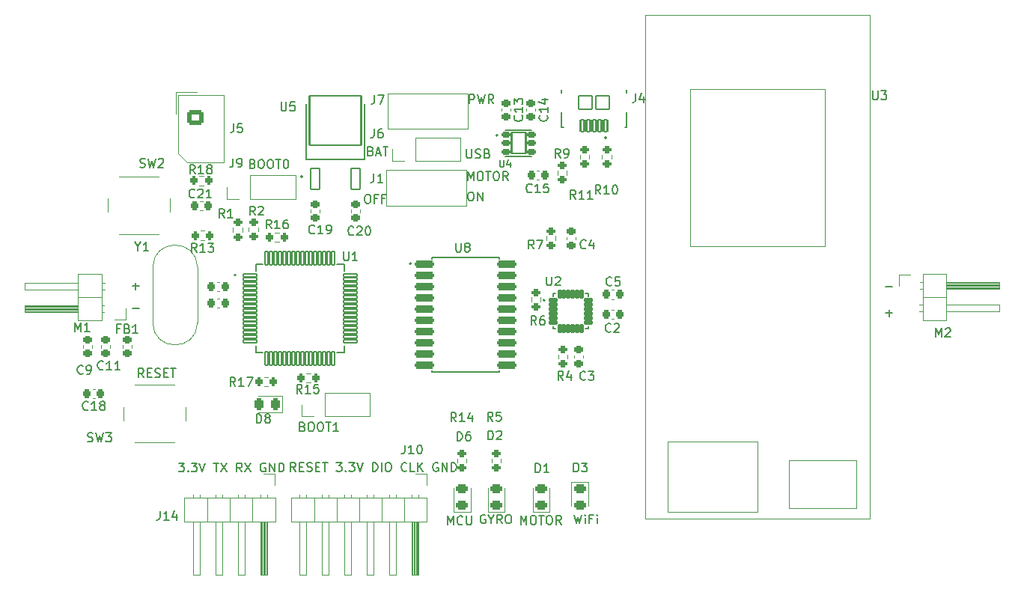
<source format=gto>
%TF.GenerationSoftware,KiCad,Pcbnew,8.0.5*%
%TF.CreationDate,2024-12-24T01:11:55+09:00*%
%TF.ProjectId,Balancing_robot,42616c61-6e63-4696-9e67-5f726f626f74,rev?*%
%TF.SameCoordinates,Original*%
%TF.FileFunction,Legend,Top*%
%TF.FilePolarity,Positive*%
%FSLAX46Y46*%
G04 Gerber Fmt 4.6, Leading zero omitted, Abs format (unit mm)*
G04 Created by KiCad (PCBNEW 8.0.5) date 2024-12-24 01:11:55*
%MOMM*%
%LPD*%
G01*
G04 APERTURE LIST*
G04 Aperture macros list*
%AMRoundRect*
0 Rectangle with rounded corners*
0 $1 Rounding radius*
0 $2 $3 $4 $5 $6 $7 $8 $9 X,Y pos of 4 corners*
0 Add a 4 corners polygon primitive as box body*
4,1,4,$2,$3,$4,$5,$6,$7,$8,$9,$2,$3,0*
0 Add four circle primitives for the rounded corners*
1,1,$1+$1,$2,$3*
1,1,$1+$1,$4,$5*
1,1,$1+$1,$6,$7*
1,1,$1+$1,$8,$9*
0 Add four rect primitives between the rounded corners*
20,1,$1+$1,$2,$3,$4,$5,0*
20,1,$1+$1,$4,$5,$6,$7,0*
20,1,$1+$1,$6,$7,$8,$9,0*
20,1,$1+$1,$8,$9,$2,$3,0*%
G04 Aperture macros list end*
%ADD10C,0.150000*%
%ADD11C,0.120000*%
%ADD12C,0.100000*%
%ADD13C,0.127000*%
%ADD14C,0.200000*%
%ADD15C,0.010000*%
%ADD16RoundRect,0.225000X0.250000X-0.225000X0.250000X0.225000X-0.250000X0.225000X-0.250000X-0.225000X0*%
%ADD17C,1.524000*%
%ADD18RoundRect,0.225000X-0.225000X-0.250000X0.225000X-0.250000X0.225000X0.250000X-0.225000X0.250000X0*%
%ADD19RoundRect,0.102000X0.200000X0.675000X-0.200000X0.675000X-0.200000X-0.675000X0.200000X-0.675000X0*%
%ADD20RoundRect,0.102000X0.750000X0.775000X-0.750000X0.775000X-0.750000X-0.775000X0.750000X-0.775000X0*%
%ADD21O,1.504000X1.154000*%
%ADD22C,3.200000*%
%ADD23RoundRect,0.060500X-0.776500X-0.181500X0.776500X-0.181500X0.776500X0.181500X-0.776500X0.181500X0*%
%ADD24RoundRect,0.060500X-0.181500X-0.776500X0.181500X-0.776500X0.181500X0.776500X-0.181500X0.776500X0*%
%ADD25C,2.000000*%
%ADD26RoundRect,0.225000X-0.250000X0.225000X-0.250000X-0.225000X0.250000X-0.225000X0.250000X0.225000X0*%
%ADD27RoundRect,0.243750X0.243750X0.456250X-0.243750X0.456250X-0.243750X-0.456250X0.243750X-0.456250X0*%
%ADD28R,1.700000X1.700000*%
%ADD29O,1.700000X1.700000*%
%ADD30RoundRect,0.200000X-0.200000X-0.275000X0.200000X-0.275000X0.200000X0.275000X-0.200000X0.275000X0*%
%ADD31RoundRect,0.200000X-0.275000X0.200000X-0.275000X-0.200000X0.275000X-0.200000X0.275000X0.200000X0*%
%ADD32RoundRect,0.200000X0.275000X-0.200000X0.275000X0.200000X-0.275000X0.200000X-0.275000X-0.200000X0*%
%ADD33RoundRect,0.250000X-0.675000X0.600000X-0.675000X-0.600000X0.675000X-0.600000X0.675000X0.600000X0*%
%ADD34O,1.850000X1.700000*%
%ADD35RoundRect,0.102000X-0.395000X-0.140000X0.395000X-0.140000X0.395000X0.140000X-0.395000X0.140000X0*%
%ADD36RoundRect,0.102000X-0.140000X-0.395000X0.140000X-0.395000X0.140000X0.395000X-0.140000X0.395000X0*%
%ADD37RoundRect,0.201000X-0.926000X-0.201000X0.926000X-0.201000X0.926000X0.201000X-0.926000X0.201000X0*%
%ADD38RoundRect,0.243750X-0.456250X0.243750X-0.456250X-0.243750X0.456250X-0.243750X0.456250X0.243750X0*%
%ADD39RoundRect,0.243750X0.456250X-0.243750X0.456250X0.243750X-0.456250X0.243750X-0.456250X-0.243750X0*%
%ADD40RoundRect,0.225000X0.225000X0.250000X-0.225000X0.250000X-0.225000X-0.250000X0.225000X-0.250000X0*%
%ADD41RoundRect,0.218750X0.256250X-0.218750X0.256250X0.218750X-0.256250X0.218750X-0.256250X-0.218750X0*%
%ADD42RoundRect,0.102000X-0.490000X-1.200000X0.490000X-1.200000X0.490000X1.200000X-0.490000X1.200000X0*%
%ADD43RoundRect,0.102000X-2.930000X-2.785000X2.930000X-2.785000X2.930000X2.785000X-2.930000X2.785000X0*%
%ADD44C,1.500000*%
%ADD45RoundRect,0.151000X-0.371000X-0.151000X0.371000X-0.151000X0.371000X0.151000X-0.371000X0.151000X0*%
%ADD46RoundRect,0.102000X-0.812500X-1.182500X0.812500X-1.182500X0.812500X1.182500X-0.812500X1.182500X0*%
%ADD47RoundRect,0.200000X0.200000X0.275000X-0.200000X0.275000X-0.200000X-0.275000X0.200000X-0.275000X0*%
%ADD48R,2.000000X2.000000*%
G04 APERTURE END LIST*
D10*
X96512619Y-70259819D02*
X96703095Y-70259819D01*
X96703095Y-70259819D02*
X96798333Y-70307438D01*
X96798333Y-70307438D02*
X96893571Y-70402676D01*
X96893571Y-70402676D02*
X96941190Y-70593152D01*
X96941190Y-70593152D02*
X96941190Y-70926485D01*
X96941190Y-70926485D02*
X96893571Y-71116961D01*
X96893571Y-71116961D02*
X96798333Y-71212200D01*
X96798333Y-71212200D02*
X96703095Y-71259819D01*
X96703095Y-71259819D02*
X96512619Y-71259819D01*
X96512619Y-71259819D02*
X96417381Y-71212200D01*
X96417381Y-71212200D02*
X96322143Y-71116961D01*
X96322143Y-71116961D02*
X96274524Y-70926485D01*
X96274524Y-70926485D02*
X96274524Y-70593152D01*
X96274524Y-70593152D02*
X96322143Y-70402676D01*
X96322143Y-70402676D02*
X96417381Y-70307438D01*
X96417381Y-70307438D02*
X96512619Y-70259819D01*
X97703095Y-70736009D02*
X97369762Y-70736009D01*
X97369762Y-71259819D02*
X97369762Y-70259819D01*
X97369762Y-70259819D02*
X97845952Y-70259819D01*
X98560238Y-70736009D02*
X98226905Y-70736009D01*
X98226905Y-71259819D02*
X98226905Y-70259819D01*
X98226905Y-70259819D02*
X98703095Y-70259819D01*
X89251666Y-96516009D02*
X89394523Y-96563628D01*
X89394523Y-96563628D02*
X89442142Y-96611247D01*
X89442142Y-96611247D02*
X89489761Y-96706485D01*
X89489761Y-96706485D02*
X89489761Y-96849342D01*
X89489761Y-96849342D02*
X89442142Y-96944580D01*
X89442142Y-96944580D02*
X89394523Y-96992200D01*
X89394523Y-96992200D02*
X89299285Y-97039819D01*
X89299285Y-97039819D02*
X88918333Y-97039819D01*
X88918333Y-97039819D02*
X88918333Y-96039819D01*
X88918333Y-96039819D02*
X89251666Y-96039819D01*
X89251666Y-96039819D02*
X89346904Y-96087438D01*
X89346904Y-96087438D02*
X89394523Y-96135057D01*
X89394523Y-96135057D02*
X89442142Y-96230295D01*
X89442142Y-96230295D02*
X89442142Y-96325533D01*
X89442142Y-96325533D02*
X89394523Y-96420771D01*
X89394523Y-96420771D02*
X89346904Y-96468390D01*
X89346904Y-96468390D02*
X89251666Y-96516009D01*
X89251666Y-96516009D02*
X88918333Y-96516009D01*
X90108809Y-96039819D02*
X90299285Y-96039819D01*
X90299285Y-96039819D02*
X90394523Y-96087438D01*
X90394523Y-96087438D02*
X90489761Y-96182676D01*
X90489761Y-96182676D02*
X90537380Y-96373152D01*
X90537380Y-96373152D02*
X90537380Y-96706485D01*
X90537380Y-96706485D02*
X90489761Y-96896961D01*
X90489761Y-96896961D02*
X90394523Y-96992200D01*
X90394523Y-96992200D02*
X90299285Y-97039819D01*
X90299285Y-97039819D02*
X90108809Y-97039819D01*
X90108809Y-97039819D02*
X90013571Y-96992200D01*
X90013571Y-96992200D02*
X89918333Y-96896961D01*
X89918333Y-96896961D02*
X89870714Y-96706485D01*
X89870714Y-96706485D02*
X89870714Y-96373152D01*
X89870714Y-96373152D02*
X89918333Y-96182676D01*
X89918333Y-96182676D02*
X90013571Y-96087438D01*
X90013571Y-96087438D02*
X90108809Y-96039819D01*
X91156428Y-96039819D02*
X91346904Y-96039819D01*
X91346904Y-96039819D02*
X91442142Y-96087438D01*
X91442142Y-96087438D02*
X91537380Y-96182676D01*
X91537380Y-96182676D02*
X91584999Y-96373152D01*
X91584999Y-96373152D02*
X91584999Y-96706485D01*
X91584999Y-96706485D02*
X91537380Y-96896961D01*
X91537380Y-96896961D02*
X91442142Y-96992200D01*
X91442142Y-96992200D02*
X91346904Y-97039819D01*
X91346904Y-97039819D02*
X91156428Y-97039819D01*
X91156428Y-97039819D02*
X91061190Y-96992200D01*
X91061190Y-96992200D02*
X90965952Y-96896961D01*
X90965952Y-96896961D02*
X90918333Y-96706485D01*
X90918333Y-96706485D02*
X90918333Y-96373152D01*
X90918333Y-96373152D02*
X90965952Y-96182676D01*
X90965952Y-96182676D02*
X91061190Y-96087438D01*
X91061190Y-96087438D02*
X91156428Y-96039819D01*
X91870714Y-96039819D02*
X92442142Y-96039819D01*
X92156428Y-97039819D02*
X92156428Y-96039819D01*
X93299285Y-97039819D02*
X92727857Y-97039819D01*
X93013571Y-97039819D02*
X93013571Y-96039819D01*
X93013571Y-96039819D02*
X92918333Y-96182676D01*
X92918333Y-96182676D02*
X92823095Y-96277914D01*
X92823095Y-96277914D02*
X92727857Y-96325533D01*
X69964048Y-83118866D02*
X70725953Y-83118866D01*
X155184048Y-80648866D02*
X155945953Y-80648866D01*
X108121667Y-59959819D02*
X108121667Y-58959819D01*
X108121667Y-58959819D02*
X108502619Y-58959819D01*
X108502619Y-58959819D02*
X108597857Y-59007438D01*
X108597857Y-59007438D02*
X108645476Y-59055057D01*
X108645476Y-59055057D02*
X108693095Y-59150295D01*
X108693095Y-59150295D02*
X108693095Y-59293152D01*
X108693095Y-59293152D02*
X108645476Y-59388390D01*
X108645476Y-59388390D02*
X108597857Y-59436009D01*
X108597857Y-59436009D02*
X108502619Y-59483628D01*
X108502619Y-59483628D02*
X108121667Y-59483628D01*
X109026429Y-58959819D02*
X109264524Y-59959819D01*
X109264524Y-59959819D02*
X109455000Y-59245533D01*
X109455000Y-59245533D02*
X109645476Y-59959819D01*
X109645476Y-59959819D02*
X109883572Y-58959819D01*
X110835952Y-59959819D02*
X110502619Y-59483628D01*
X110264524Y-59959819D02*
X110264524Y-58959819D01*
X110264524Y-58959819D02*
X110645476Y-58959819D01*
X110645476Y-58959819D02*
X110740714Y-59007438D01*
X110740714Y-59007438D02*
X110788333Y-59055057D01*
X110788333Y-59055057D02*
X110835952Y-59150295D01*
X110835952Y-59150295D02*
X110835952Y-59293152D01*
X110835952Y-59293152D02*
X110788333Y-59388390D01*
X110788333Y-59388390D02*
X110740714Y-59436009D01*
X110740714Y-59436009D02*
X110645476Y-59483628D01*
X110645476Y-59483628D02*
X110264524Y-59483628D01*
X105621457Y-107634619D02*
X105621457Y-106634619D01*
X105621457Y-106634619D02*
X105954790Y-107348904D01*
X105954790Y-107348904D02*
X106288123Y-106634619D01*
X106288123Y-106634619D02*
X106288123Y-107634619D01*
X107335742Y-107539380D02*
X107288123Y-107587000D01*
X107288123Y-107587000D02*
X107145266Y-107634619D01*
X107145266Y-107634619D02*
X107050028Y-107634619D01*
X107050028Y-107634619D02*
X106907171Y-107587000D01*
X106907171Y-107587000D02*
X106811933Y-107491761D01*
X106811933Y-107491761D02*
X106764314Y-107396523D01*
X106764314Y-107396523D02*
X106716695Y-107206047D01*
X106716695Y-107206047D02*
X106716695Y-107063190D01*
X106716695Y-107063190D02*
X106764314Y-106872714D01*
X106764314Y-106872714D02*
X106811933Y-106777476D01*
X106811933Y-106777476D02*
X106907171Y-106682238D01*
X106907171Y-106682238D02*
X107050028Y-106634619D01*
X107050028Y-106634619D02*
X107145266Y-106634619D01*
X107145266Y-106634619D02*
X107288123Y-106682238D01*
X107288123Y-106682238D02*
X107335742Y-106729857D01*
X107764314Y-106634619D02*
X107764314Y-107444142D01*
X107764314Y-107444142D02*
X107811933Y-107539380D01*
X107811933Y-107539380D02*
X107859552Y-107587000D01*
X107859552Y-107587000D02*
X107954790Y-107634619D01*
X107954790Y-107634619D02*
X108145266Y-107634619D01*
X108145266Y-107634619D02*
X108240504Y-107587000D01*
X108240504Y-107587000D02*
X108288123Y-107539380D01*
X108288123Y-107539380D02*
X108335742Y-107444142D01*
X108335742Y-107444142D02*
X108335742Y-106634619D01*
X75228809Y-100629819D02*
X75847856Y-100629819D01*
X75847856Y-100629819D02*
X75514523Y-101010771D01*
X75514523Y-101010771D02*
X75657380Y-101010771D01*
X75657380Y-101010771D02*
X75752618Y-101058390D01*
X75752618Y-101058390D02*
X75800237Y-101106009D01*
X75800237Y-101106009D02*
X75847856Y-101201247D01*
X75847856Y-101201247D02*
X75847856Y-101439342D01*
X75847856Y-101439342D02*
X75800237Y-101534580D01*
X75800237Y-101534580D02*
X75752618Y-101582200D01*
X75752618Y-101582200D02*
X75657380Y-101629819D01*
X75657380Y-101629819D02*
X75371666Y-101629819D01*
X75371666Y-101629819D02*
X75276428Y-101582200D01*
X75276428Y-101582200D02*
X75228809Y-101534580D01*
X76276428Y-101534580D02*
X76324047Y-101582200D01*
X76324047Y-101582200D02*
X76276428Y-101629819D01*
X76276428Y-101629819D02*
X76228809Y-101582200D01*
X76228809Y-101582200D02*
X76276428Y-101534580D01*
X76276428Y-101534580D02*
X76276428Y-101629819D01*
X76657380Y-100629819D02*
X77276427Y-100629819D01*
X77276427Y-100629819D02*
X76943094Y-101010771D01*
X76943094Y-101010771D02*
X77085951Y-101010771D01*
X77085951Y-101010771D02*
X77181189Y-101058390D01*
X77181189Y-101058390D02*
X77228808Y-101106009D01*
X77228808Y-101106009D02*
X77276427Y-101201247D01*
X77276427Y-101201247D02*
X77276427Y-101439342D01*
X77276427Y-101439342D02*
X77228808Y-101534580D01*
X77228808Y-101534580D02*
X77181189Y-101582200D01*
X77181189Y-101582200D02*
X77085951Y-101629819D01*
X77085951Y-101629819D02*
X76800237Y-101629819D01*
X76800237Y-101629819D02*
X76704999Y-101582200D01*
X76704999Y-101582200D02*
X76657380Y-101534580D01*
X77562142Y-100629819D02*
X77895475Y-101629819D01*
X77895475Y-101629819D02*
X78228808Y-100629819D01*
X79181190Y-100629819D02*
X79752618Y-100629819D01*
X79466904Y-101629819D02*
X79466904Y-100629819D01*
X79990714Y-100629819D02*
X80657380Y-101629819D01*
X80657380Y-100629819D02*
X79990714Y-101629819D01*
X82371666Y-101629819D02*
X82038333Y-101153628D01*
X81800238Y-101629819D02*
X81800238Y-100629819D01*
X81800238Y-100629819D02*
X82181190Y-100629819D01*
X82181190Y-100629819D02*
X82276428Y-100677438D01*
X82276428Y-100677438D02*
X82324047Y-100725057D01*
X82324047Y-100725057D02*
X82371666Y-100820295D01*
X82371666Y-100820295D02*
X82371666Y-100963152D01*
X82371666Y-100963152D02*
X82324047Y-101058390D01*
X82324047Y-101058390D02*
X82276428Y-101106009D01*
X82276428Y-101106009D02*
X82181190Y-101153628D01*
X82181190Y-101153628D02*
X81800238Y-101153628D01*
X82705000Y-100629819D02*
X83371666Y-101629819D01*
X83371666Y-100629819D02*
X82705000Y-101629819D01*
X85038333Y-100677438D02*
X84943095Y-100629819D01*
X84943095Y-100629819D02*
X84800238Y-100629819D01*
X84800238Y-100629819D02*
X84657381Y-100677438D01*
X84657381Y-100677438D02*
X84562143Y-100772676D01*
X84562143Y-100772676D02*
X84514524Y-100867914D01*
X84514524Y-100867914D02*
X84466905Y-101058390D01*
X84466905Y-101058390D02*
X84466905Y-101201247D01*
X84466905Y-101201247D02*
X84514524Y-101391723D01*
X84514524Y-101391723D02*
X84562143Y-101486961D01*
X84562143Y-101486961D02*
X84657381Y-101582200D01*
X84657381Y-101582200D02*
X84800238Y-101629819D01*
X84800238Y-101629819D02*
X84895476Y-101629819D01*
X84895476Y-101629819D02*
X85038333Y-101582200D01*
X85038333Y-101582200D02*
X85085952Y-101534580D01*
X85085952Y-101534580D02*
X85085952Y-101201247D01*
X85085952Y-101201247D02*
X84895476Y-101201247D01*
X85514524Y-101629819D02*
X85514524Y-100629819D01*
X85514524Y-100629819D02*
X86085952Y-101629819D01*
X86085952Y-101629819D02*
X86085952Y-100629819D01*
X86562143Y-101629819D02*
X86562143Y-100629819D01*
X86562143Y-100629819D02*
X86800238Y-100629819D01*
X86800238Y-100629819D02*
X86943095Y-100677438D01*
X86943095Y-100677438D02*
X87038333Y-100772676D01*
X87038333Y-100772676D02*
X87085952Y-100867914D01*
X87085952Y-100867914D02*
X87133571Y-101058390D01*
X87133571Y-101058390D02*
X87133571Y-101201247D01*
X87133571Y-101201247D02*
X87085952Y-101391723D01*
X87085952Y-101391723D02*
X87038333Y-101486961D01*
X87038333Y-101486961D02*
X86943095Y-101582200D01*
X86943095Y-101582200D02*
X86800238Y-101629819D01*
X86800238Y-101629819D02*
X86562143Y-101629819D01*
X107903095Y-68669819D02*
X107903095Y-67669819D01*
X107903095Y-67669819D02*
X108236428Y-68384104D01*
X108236428Y-68384104D02*
X108569761Y-67669819D01*
X108569761Y-67669819D02*
X108569761Y-68669819D01*
X109236428Y-67669819D02*
X109426904Y-67669819D01*
X109426904Y-67669819D02*
X109522142Y-67717438D01*
X109522142Y-67717438D02*
X109617380Y-67812676D01*
X109617380Y-67812676D02*
X109664999Y-68003152D01*
X109664999Y-68003152D02*
X109664999Y-68336485D01*
X109664999Y-68336485D02*
X109617380Y-68526961D01*
X109617380Y-68526961D02*
X109522142Y-68622200D01*
X109522142Y-68622200D02*
X109426904Y-68669819D01*
X109426904Y-68669819D02*
X109236428Y-68669819D01*
X109236428Y-68669819D02*
X109141190Y-68622200D01*
X109141190Y-68622200D02*
X109045952Y-68526961D01*
X109045952Y-68526961D02*
X108998333Y-68336485D01*
X108998333Y-68336485D02*
X108998333Y-68003152D01*
X108998333Y-68003152D02*
X109045952Y-67812676D01*
X109045952Y-67812676D02*
X109141190Y-67717438D01*
X109141190Y-67717438D02*
X109236428Y-67669819D01*
X109950714Y-67669819D02*
X110522142Y-67669819D01*
X110236428Y-68669819D02*
X110236428Y-67669819D01*
X111045952Y-67669819D02*
X111236428Y-67669819D01*
X111236428Y-67669819D02*
X111331666Y-67717438D01*
X111331666Y-67717438D02*
X111426904Y-67812676D01*
X111426904Y-67812676D02*
X111474523Y-68003152D01*
X111474523Y-68003152D02*
X111474523Y-68336485D01*
X111474523Y-68336485D02*
X111426904Y-68526961D01*
X111426904Y-68526961D02*
X111331666Y-68622200D01*
X111331666Y-68622200D02*
X111236428Y-68669819D01*
X111236428Y-68669819D02*
X111045952Y-68669819D01*
X111045952Y-68669819D02*
X110950714Y-68622200D01*
X110950714Y-68622200D02*
X110855476Y-68526961D01*
X110855476Y-68526961D02*
X110807857Y-68336485D01*
X110807857Y-68336485D02*
X110807857Y-68003152D01*
X110807857Y-68003152D02*
X110855476Y-67812676D01*
X110855476Y-67812676D02*
X110950714Y-67717438D01*
X110950714Y-67717438D02*
X111045952Y-67669819D01*
X112474523Y-68669819D02*
X112141190Y-68193628D01*
X111903095Y-68669819D02*
X111903095Y-67669819D01*
X111903095Y-67669819D02*
X112284047Y-67669819D01*
X112284047Y-67669819D02*
X112379285Y-67717438D01*
X112379285Y-67717438D02*
X112426904Y-67765057D01*
X112426904Y-67765057D02*
X112474523Y-67860295D01*
X112474523Y-67860295D02*
X112474523Y-68003152D01*
X112474523Y-68003152D02*
X112426904Y-68098390D01*
X112426904Y-68098390D02*
X112379285Y-68146009D01*
X112379285Y-68146009D02*
X112284047Y-68193628D01*
X112284047Y-68193628D02*
X111903095Y-68193628D01*
X69974048Y-80618866D02*
X70735953Y-80618866D01*
X70355000Y-80999819D02*
X70355000Y-80237914D01*
X88449285Y-101579819D02*
X88115952Y-101103628D01*
X87877857Y-101579819D02*
X87877857Y-100579819D01*
X87877857Y-100579819D02*
X88258809Y-100579819D01*
X88258809Y-100579819D02*
X88354047Y-100627438D01*
X88354047Y-100627438D02*
X88401666Y-100675057D01*
X88401666Y-100675057D02*
X88449285Y-100770295D01*
X88449285Y-100770295D02*
X88449285Y-100913152D01*
X88449285Y-100913152D02*
X88401666Y-101008390D01*
X88401666Y-101008390D02*
X88354047Y-101056009D01*
X88354047Y-101056009D02*
X88258809Y-101103628D01*
X88258809Y-101103628D02*
X87877857Y-101103628D01*
X88877857Y-101056009D02*
X89211190Y-101056009D01*
X89354047Y-101579819D02*
X88877857Y-101579819D01*
X88877857Y-101579819D02*
X88877857Y-100579819D01*
X88877857Y-100579819D02*
X89354047Y-100579819D01*
X89735000Y-101532200D02*
X89877857Y-101579819D01*
X89877857Y-101579819D02*
X90115952Y-101579819D01*
X90115952Y-101579819D02*
X90211190Y-101532200D01*
X90211190Y-101532200D02*
X90258809Y-101484580D01*
X90258809Y-101484580D02*
X90306428Y-101389342D01*
X90306428Y-101389342D02*
X90306428Y-101294104D01*
X90306428Y-101294104D02*
X90258809Y-101198866D01*
X90258809Y-101198866D02*
X90211190Y-101151247D01*
X90211190Y-101151247D02*
X90115952Y-101103628D01*
X90115952Y-101103628D02*
X89925476Y-101056009D01*
X89925476Y-101056009D02*
X89830238Y-101008390D01*
X89830238Y-101008390D02*
X89782619Y-100960771D01*
X89782619Y-100960771D02*
X89735000Y-100865533D01*
X89735000Y-100865533D02*
X89735000Y-100770295D01*
X89735000Y-100770295D02*
X89782619Y-100675057D01*
X89782619Y-100675057D02*
X89830238Y-100627438D01*
X89830238Y-100627438D02*
X89925476Y-100579819D01*
X89925476Y-100579819D02*
X90163571Y-100579819D01*
X90163571Y-100579819D02*
X90306428Y-100627438D01*
X90735000Y-101056009D02*
X91068333Y-101056009D01*
X91211190Y-101579819D02*
X90735000Y-101579819D01*
X90735000Y-101579819D02*
X90735000Y-100579819D01*
X90735000Y-100579819D02*
X91211190Y-100579819D01*
X91496905Y-100579819D02*
X92068333Y-100579819D01*
X91782619Y-101579819D02*
X91782619Y-100579819D01*
X93068334Y-100579819D02*
X93687381Y-100579819D01*
X93687381Y-100579819D02*
X93354048Y-100960771D01*
X93354048Y-100960771D02*
X93496905Y-100960771D01*
X93496905Y-100960771D02*
X93592143Y-101008390D01*
X93592143Y-101008390D02*
X93639762Y-101056009D01*
X93639762Y-101056009D02*
X93687381Y-101151247D01*
X93687381Y-101151247D02*
X93687381Y-101389342D01*
X93687381Y-101389342D02*
X93639762Y-101484580D01*
X93639762Y-101484580D02*
X93592143Y-101532200D01*
X93592143Y-101532200D02*
X93496905Y-101579819D01*
X93496905Y-101579819D02*
X93211191Y-101579819D01*
X93211191Y-101579819D02*
X93115953Y-101532200D01*
X93115953Y-101532200D02*
X93068334Y-101484580D01*
X94115953Y-101484580D02*
X94163572Y-101532200D01*
X94163572Y-101532200D02*
X94115953Y-101579819D01*
X94115953Y-101579819D02*
X94068334Y-101532200D01*
X94068334Y-101532200D02*
X94115953Y-101484580D01*
X94115953Y-101484580D02*
X94115953Y-101579819D01*
X94496905Y-100579819D02*
X95115952Y-100579819D01*
X95115952Y-100579819D02*
X94782619Y-100960771D01*
X94782619Y-100960771D02*
X94925476Y-100960771D01*
X94925476Y-100960771D02*
X95020714Y-101008390D01*
X95020714Y-101008390D02*
X95068333Y-101056009D01*
X95068333Y-101056009D02*
X95115952Y-101151247D01*
X95115952Y-101151247D02*
X95115952Y-101389342D01*
X95115952Y-101389342D02*
X95068333Y-101484580D01*
X95068333Y-101484580D02*
X95020714Y-101532200D01*
X95020714Y-101532200D02*
X94925476Y-101579819D01*
X94925476Y-101579819D02*
X94639762Y-101579819D01*
X94639762Y-101579819D02*
X94544524Y-101532200D01*
X94544524Y-101532200D02*
X94496905Y-101484580D01*
X95401667Y-100579819D02*
X95735000Y-101579819D01*
X95735000Y-101579819D02*
X96068333Y-100579819D01*
X97163572Y-101579819D02*
X97163572Y-100579819D01*
X97163572Y-100579819D02*
X97401667Y-100579819D01*
X97401667Y-100579819D02*
X97544524Y-100627438D01*
X97544524Y-100627438D02*
X97639762Y-100722676D01*
X97639762Y-100722676D02*
X97687381Y-100817914D01*
X97687381Y-100817914D02*
X97735000Y-101008390D01*
X97735000Y-101008390D02*
X97735000Y-101151247D01*
X97735000Y-101151247D02*
X97687381Y-101341723D01*
X97687381Y-101341723D02*
X97639762Y-101436961D01*
X97639762Y-101436961D02*
X97544524Y-101532200D01*
X97544524Y-101532200D02*
X97401667Y-101579819D01*
X97401667Y-101579819D02*
X97163572Y-101579819D01*
X98163572Y-101579819D02*
X98163572Y-100579819D01*
X98830238Y-100579819D02*
X99020714Y-100579819D01*
X99020714Y-100579819D02*
X99115952Y-100627438D01*
X99115952Y-100627438D02*
X99211190Y-100722676D01*
X99211190Y-100722676D02*
X99258809Y-100913152D01*
X99258809Y-100913152D02*
X99258809Y-101246485D01*
X99258809Y-101246485D02*
X99211190Y-101436961D01*
X99211190Y-101436961D02*
X99115952Y-101532200D01*
X99115952Y-101532200D02*
X99020714Y-101579819D01*
X99020714Y-101579819D02*
X98830238Y-101579819D01*
X98830238Y-101579819D02*
X98735000Y-101532200D01*
X98735000Y-101532200D02*
X98639762Y-101436961D01*
X98639762Y-101436961D02*
X98592143Y-101246485D01*
X98592143Y-101246485D02*
X98592143Y-100913152D01*
X98592143Y-100913152D02*
X98639762Y-100722676D01*
X98639762Y-100722676D02*
X98735000Y-100627438D01*
X98735000Y-100627438D02*
X98830238Y-100579819D01*
X101020714Y-101484580D02*
X100973095Y-101532200D01*
X100973095Y-101532200D02*
X100830238Y-101579819D01*
X100830238Y-101579819D02*
X100735000Y-101579819D01*
X100735000Y-101579819D02*
X100592143Y-101532200D01*
X100592143Y-101532200D02*
X100496905Y-101436961D01*
X100496905Y-101436961D02*
X100449286Y-101341723D01*
X100449286Y-101341723D02*
X100401667Y-101151247D01*
X100401667Y-101151247D02*
X100401667Y-101008390D01*
X100401667Y-101008390D02*
X100449286Y-100817914D01*
X100449286Y-100817914D02*
X100496905Y-100722676D01*
X100496905Y-100722676D02*
X100592143Y-100627438D01*
X100592143Y-100627438D02*
X100735000Y-100579819D01*
X100735000Y-100579819D02*
X100830238Y-100579819D01*
X100830238Y-100579819D02*
X100973095Y-100627438D01*
X100973095Y-100627438D02*
X101020714Y-100675057D01*
X101925476Y-101579819D02*
X101449286Y-101579819D01*
X101449286Y-101579819D02*
X101449286Y-100579819D01*
X102258810Y-101579819D02*
X102258810Y-100579819D01*
X102830238Y-101579819D02*
X102401667Y-101008390D01*
X102830238Y-100579819D02*
X102258810Y-101151247D01*
X104544524Y-100627438D02*
X104449286Y-100579819D01*
X104449286Y-100579819D02*
X104306429Y-100579819D01*
X104306429Y-100579819D02*
X104163572Y-100627438D01*
X104163572Y-100627438D02*
X104068334Y-100722676D01*
X104068334Y-100722676D02*
X104020715Y-100817914D01*
X104020715Y-100817914D02*
X103973096Y-101008390D01*
X103973096Y-101008390D02*
X103973096Y-101151247D01*
X103973096Y-101151247D02*
X104020715Y-101341723D01*
X104020715Y-101341723D02*
X104068334Y-101436961D01*
X104068334Y-101436961D02*
X104163572Y-101532200D01*
X104163572Y-101532200D02*
X104306429Y-101579819D01*
X104306429Y-101579819D02*
X104401667Y-101579819D01*
X104401667Y-101579819D02*
X104544524Y-101532200D01*
X104544524Y-101532200D02*
X104592143Y-101484580D01*
X104592143Y-101484580D02*
X104592143Y-101151247D01*
X104592143Y-101151247D02*
X104401667Y-101151247D01*
X105020715Y-101579819D02*
X105020715Y-100579819D01*
X105020715Y-100579819D02*
X105592143Y-101579819D01*
X105592143Y-101579819D02*
X105592143Y-100579819D01*
X106068334Y-101579819D02*
X106068334Y-100579819D01*
X106068334Y-100579819D02*
X106306429Y-100579819D01*
X106306429Y-100579819D02*
X106449286Y-100627438D01*
X106449286Y-100627438D02*
X106544524Y-100722676D01*
X106544524Y-100722676D02*
X106592143Y-100817914D01*
X106592143Y-100817914D02*
X106639762Y-101008390D01*
X106639762Y-101008390D02*
X106639762Y-101151247D01*
X106639762Y-101151247D02*
X106592143Y-101341723D01*
X106592143Y-101341723D02*
X106544524Y-101436961D01*
X106544524Y-101436961D02*
X106449286Y-101532200D01*
X106449286Y-101532200D02*
X106306429Y-101579819D01*
X106306429Y-101579819D02*
X106068334Y-101579819D01*
X155184048Y-83668866D02*
X155945953Y-83668866D01*
X155565000Y-84049819D02*
X155565000Y-83287914D01*
X119970867Y-106482219D02*
X120208962Y-107482219D01*
X120208962Y-107482219D02*
X120399438Y-106767933D01*
X120399438Y-106767933D02*
X120589914Y-107482219D01*
X120589914Y-107482219D02*
X120828010Y-106482219D01*
X121208962Y-107482219D02*
X121208962Y-106815552D01*
X121208962Y-106482219D02*
X121161343Y-106529838D01*
X121161343Y-106529838D02*
X121208962Y-106577457D01*
X121208962Y-106577457D02*
X121256581Y-106529838D01*
X121256581Y-106529838D02*
X121208962Y-106482219D01*
X121208962Y-106482219D02*
X121208962Y-106577457D01*
X122018485Y-106958409D02*
X121685152Y-106958409D01*
X121685152Y-107482219D02*
X121685152Y-106482219D01*
X121685152Y-106482219D02*
X122161342Y-106482219D01*
X122542295Y-107482219D02*
X122542295Y-106815552D01*
X122542295Y-106482219D02*
X122494676Y-106529838D01*
X122494676Y-106529838D02*
X122542295Y-106577457D01*
X122542295Y-106577457D02*
X122589914Y-106529838D01*
X122589914Y-106529838D02*
X122542295Y-106482219D01*
X122542295Y-106482219D02*
X122542295Y-106577457D01*
X96956904Y-65336009D02*
X97099761Y-65383628D01*
X97099761Y-65383628D02*
X97147380Y-65431247D01*
X97147380Y-65431247D02*
X97194999Y-65526485D01*
X97194999Y-65526485D02*
X97194999Y-65669342D01*
X97194999Y-65669342D02*
X97147380Y-65764580D01*
X97147380Y-65764580D02*
X97099761Y-65812200D01*
X97099761Y-65812200D02*
X97004523Y-65859819D01*
X97004523Y-65859819D02*
X96623571Y-65859819D01*
X96623571Y-65859819D02*
X96623571Y-64859819D01*
X96623571Y-64859819D02*
X96956904Y-64859819D01*
X96956904Y-64859819D02*
X97052142Y-64907438D01*
X97052142Y-64907438D02*
X97099761Y-64955057D01*
X97099761Y-64955057D02*
X97147380Y-65050295D01*
X97147380Y-65050295D02*
X97147380Y-65145533D01*
X97147380Y-65145533D02*
X97099761Y-65240771D01*
X97099761Y-65240771D02*
X97052142Y-65288390D01*
X97052142Y-65288390D02*
X96956904Y-65336009D01*
X96956904Y-65336009D02*
X96623571Y-65336009D01*
X97575952Y-65574104D02*
X98052142Y-65574104D01*
X97480714Y-65859819D02*
X97814047Y-64859819D01*
X97814047Y-64859819D02*
X98147380Y-65859819D01*
X98337857Y-64859819D02*
X98909285Y-64859819D01*
X98623571Y-65859819D02*
X98623571Y-64859819D01*
X107793095Y-65139819D02*
X107793095Y-65949342D01*
X107793095Y-65949342D02*
X107840714Y-66044580D01*
X107840714Y-66044580D02*
X107888333Y-66092200D01*
X107888333Y-66092200D02*
X107983571Y-66139819D01*
X107983571Y-66139819D02*
X108174047Y-66139819D01*
X108174047Y-66139819D02*
X108269285Y-66092200D01*
X108269285Y-66092200D02*
X108316904Y-66044580D01*
X108316904Y-66044580D02*
X108364523Y-65949342D01*
X108364523Y-65949342D02*
X108364523Y-65139819D01*
X108793095Y-66092200D02*
X108935952Y-66139819D01*
X108935952Y-66139819D02*
X109174047Y-66139819D01*
X109174047Y-66139819D02*
X109269285Y-66092200D01*
X109269285Y-66092200D02*
X109316904Y-66044580D01*
X109316904Y-66044580D02*
X109364523Y-65949342D01*
X109364523Y-65949342D02*
X109364523Y-65854104D01*
X109364523Y-65854104D02*
X109316904Y-65758866D01*
X109316904Y-65758866D02*
X109269285Y-65711247D01*
X109269285Y-65711247D02*
X109174047Y-65663628D01*
X109174047Y-65663628D02*
X108983571Y-65616009D01*
X108983571Y-65616009D02*
X108888333Y-65568390D01*
X108888333Y-65568390D02*
X108840714Y-65520771D01*
X108840714Y-65520771D02*
X108793095Y-65425533D01*
X108793095Y-65425533D02*
X108793095Y-65330295D01*
X108793095Y-65330295D02*
X108840714Y-65235057D01*
X108840714Y-65235057D02*
X108888333Y-65187438D01*
X108888333Y-65187438D02*
X108983571Y-65139819D01*
X108983571Y-65139819D02*
X109221666Y-65139819D01*
X109221666Y-65139819D02*
X109364523Y-65187438D01*
X110126428Y-65616009D02*
X110269285Y-65663628D01*
X110269285Y-65663628D02*
X110316904Y-65711247D01*
X110316904Y-65711247D02*
X110364523Y-65806485D01*
X110364523Y-65806485D02*
X110364523Y-65949342D01*
X110364523Y-65949342D02*
X110316904Y-66044580D01*
X110316904Y-66044580D02*
X110269285Y-66092200D01*
X110269285Y-66092200D02*
X110174047Y-66139819D01*
X110174047Y-66139819D02*
X109793095Y-66139819D01*
X109793095Y-66139819D02*
X109793095Y-65139819D01*
X109793095Y-65139819D02*
X110126428Y-65139819D01*
X110126428Y-65139819D02*
X110221666Y-65187438D01*
X110221666Y-65187438D02*
X110269285Y-65235057D01*
X110269285Y-65235057D02*
X110316904Y-65330295D01*
X110316904Y-65330295D02*
X110316904Y-65425533D01*
X110316904Y-65425533D02*
X110269285Y-65520771D01*
X110269285Y-65520771D02*
X110221666Y-65568390D01*
X110221666Y-65568390D02*
X110126428Y-65616009D01*
X110126428Y-65616009D02*
X109793095Y-65616009D01*
X108175952Y-69979819D02*
X108366428Y-69979819D01*
X108366428Y-69979819D02*
X108461666Y-70027438D01*
X108461666Y-70027438D02*
X108556904Y-70122676D01*
X108556904Y-70122676D02*
X108604523Y-70313152D01*
X108604523Y-70313152D02*
X108604523Y-70646485D01*
X108604523Y-70646485D02*
X108556904Y-70836961D01*
X108556904Y-70836961D02*
X108461666Y-70932200D01*
X108461666Y-70932200D02*
X108366428Y-70979819D01*
X108366428Y-70979819D02*
X108175952Y-70979819D01*
X108175952Y-70979819D02*
X108080714Y-70932200D01*
X108080714Y-70932200D02*
X107985476Y-70836961D01*
X107985476Y-70836961D02*
X107937857Y-70646485D01*
X107937857Y-70646485D02*
X107937857Y-70313152D01*
X107937857Y-70313152D02*
X107985476Y-70122676D01*
X107985476Y-70122676D02*
X108080714Y-70027438D01*
X108080714Y-70027438D02*
X108175952Y-69979819D01*
X109033095Y-70979819D02*
X109033095Y-69979819D01*
X109033095Y-69979819D02*
X109604523Y-70979819D01*
X109604523Y-70979819D02*
X109604523Y-69979819D01*
X109902923Y-106529838D02*
X109807685Y-106482219D01*
X109807685Y-106482219D02*
X109664828Y-106482219D01*
X109664828Y-106482219D02*
X109521971Y-106529838D01*
X109521971Y-106529838D02*
X109426733Y-106625076D01*
X109426733Y-106625076D02*
X109379114Y-106720314D01*
X109379114Y-106720314D02*
X109331495Y-106910790D01*
X109331495Y-106910790D02*
X109331495Y-107053647D01*
X109331495Y-107053647D02*
X109379114Y-107244123D01*
X109379114Y-107244123D02*
X109426733Y-107339361D01*
X109426733Y-107339361D02*
X109521971Y-107434600D01*
X109521971Y-107434600D02*
X109664828Y-107482219D01*
X109664828Y-107482219D02*
X109760066Y-107482219D01*
X109760066Y-107482219D02*
X109902923Y-107434600D01*
X109902923Y-107434600D02*
X109950542Y-107386980D01*
X109950542Y-107386980D02*
X109950542Y-107053647D01*
X109950542Y-107053647D02*
X109760066Y-107053647D01*
X110569590Y-107006028D02*
X110569590Y-107482219D01*
X110236257Y-106482219D02*
X110569590Y-107006028D01*
X110569590Y-107006028D02*
X110902923Y-106482219D01*
X111807685Y-107482219D02*
X111474352Y-107006028D01*
X111236257Y-107482219D02*
X111236257Y-106482219D01*
X111236257Y-106482219D02*
X111617209Y-106482219D01*
X111617209Y-106482219D02*
X111712447Y-106529838D01*
X111712447Y-106529838D02*
X111760066Y-106577457D01*
X111760066Y-106577457D02*
X111807685Y-106672695D01*
X111807685Y-106672695D02*
X111807685Y-106815552D01*
X111807685Y-106815552D02*
X111760066Y-106910790D01*
X111760066Y-106910790D02*
X111712447Y-106958409D01*
X111712447Y-106958409D02*
X111617209Y-107006028D01*
X111617209Y-107006028D02*
X111236257Y-107006028D01*
X112426733Y-106482219D02*
X112617209Y-106482219D01*
X112617209Y-106482219D02*
X112712447Y-106529838D01*
X112712447Y-106529838D02*
X112807685Y-106625076D01*
X112807685Y-106625076D02*
X112855304Y-106815552D01*
X112855304Y-106815552D02*
X112855304Y-107148885D01*
X112855304Y-107148885D02*
X112807685Y-107339361D01*
X112807685Y-107339361D02*
X112712447Y-107434600D01*
X112712447Y-107434600D02*
X112617209Y-107482219D01*
X112617209Y-107482219D02*
X112426733Y-107482219D01*
X112426733Y-107482219D02*
X112331495Y-107434600D01*
X112331495Y-107434600D02*
X112236257Y-107339361D01*
X112236257Y-107339361D02*
X112188638Y-107148885D01*
X112188638Y-107148885D02*
X112188638Y-106815552D01*
X112188638Y-106815552D02*
X112236257Y-106625076D01*
X112236257Y-106625076D02*
X112331495Y-106529838D01*
X112331495Y-106529838D02*
X112426733Y-106482219D01*
X83591666Y-66786009D02*
X83734523Y-66833628D01*
X83734523Y-66833628D02*
X83782142Y-66881247D01*
X83782142Y-66881247D02*
X83829761Y-66976485D01*
X83829761Y-66976485D02*
X83829761Y-67119342D01*
X83829761Y-67119342D02*
X83782142Y-67214580D01*
X83782142Y-67214580D02*
X83734523Y-67262200D01*
X83734523Y-67262200D02*
X83639285Y-67309819D01*
X83639285Y-67309819D02*
X83258333Y-67309819D01*
X83258333Y-67309819D02*
X83258333Y-66309819D01*
X83258333Y-66309819D02*
X83591666Y-66309819D01*
X83591666Y-66309819D02*
X83686904Y-66357438D01*
X83686904Y-66357438D02*
X83734523Y-66405057D01*
X83734523Y-66405057D02*
X83782142Y-66500295D01*
X83782142Y-66500295D02*
X83782142Y-66595533D01*
X83782142Y-66595533D02*
X83734523Y-66690771D01*
X83734523Y-66690771D02*
X83686904Y-66738390D01*
X83686904Y-66738390D02*
X83591666Y-66786009D01*
X83591666Y-66786009D02*
X83258333Y-66786009D01*
X84448809Y-66309819D02*
X84639285Y-66309819D01*
X84639285Y-66309819D02*
X84734523Y-66357438D01*
X84734523Y-66357438D02*
X84829761Y-66452676D01*
X84829761Y-66452676D02*
X84877380Y-66643152D01*
X84877380Y-66643152D02*
X84877380Y-66976485D01*
X84877380Y-66976485D02*
X84829761Y-67166961D01*
X84829761Y-67166961D02*
X84734523Y-67262200D01*
X84734523Y-67262200D02*
X84639285Y-67309819D01*
X84639285Y-67309819D02*
X84448809Y-67309819D01*
X84448809Y-67309819D02*
X84353571Y-67262200D01*
X84353571Y-67262200D02*
X84258333Y-67166961D01*
X84258333Y-67166961D02*
X84210714Y-66976485D01*
X84210714Y-66976485D02*
X84210714Y-66643152D01*
X84210714Y-66643152D02*
X84258333Y-66452676D01*
X84258333Y-66452676D02*
X84353571Y-66357438D01*
X84353571Y-66357438D02*
X84448809Y-66309819D01*
X85496428Y-66309819D02*
X85686904Y-66309819D01*
X85686904Y-66309819D02*
X85782142Y-66357438D01*
X85782142Y-66357438D02*
X85877380Y-66452676D01*
X85877380Y-66452676D02*
X85924999Y-66643152D01*
X85924999Y-66643152D02*
X85924999Y-66976485D01*
X85924999Y-66976485D02*
X85877380Y-67166961D01*
X85877380Y-67166961D02*
X85782142Y-67262200D01*
X85782142Y-67262200D02*
X85686904Y-67309819D01*
X85686904Y-67309819D02*
X85496428Y-67309819D01*
X85496428Y-67309819D02*
X85401190Y-67262200D01*
X85401190Y-67262200D02*
X85305952Y-67166961D01*
X85305952Y-67166961D02*
X85258333Y-66976485D01*
X85258333Y-66976485D02*
X85258333Y-66643152D01*
X85258333Y-66643152D02*
X85305952Y-66452676D01*
X85305952Y-66452676D02*
X85401190Y-66357438D01*
X85401190Y-66357438D02*
X85496428Y-66309819D01*
X86210714Y-66309819D02*
X86782142Y-66309819D01*
X86496428Y-67309819D02*
X86496428Y-66309819D01*
X87305952Y-66309819D02*
X87401190Y-66309819D01*
X87401190Y-66309819D02*
X87496428Y-66357438D01*
X87496428Y-66357438D02*
X87544047Y-66405057D01*
X87544047Y-66405057D02*
X87591666Y-66500295D01*
X87591666Y-66500295D02*
X87639285Y-66690771D01*
X87639285Y-66690771D02*
X87639285Y-66928866D01*
X87639285Y-66928866D02*
X87591666Y-67119342D01*
X87591666Y-67119342D02*
X87544047Y-67214580D01*
X87544047Y-67214580D02*
X87496428Y-67262200D01*
X87496428Y-67262200D02*
X87401190Y-67309819D01*
X87401190Y-67309819D02*
X87305952Y-67309819D01*
X87305952Y-67309819D02*
X87210714Y-67262200D01*
X87210714Y-67262200D02*
X87163095Y-67214580D01*
X87163095Y-67214580D02*
X87115476Y-67119342D01*
X87115476Y-67119342D02*
X87067857Y-66928866D01*
X87067857Y-66928866D02*
X87067857Y-66690771D01*
X87067857Y-66690771D02*
X87115476Y-66500295D01*
X87115476Y-66500295D02*
X87163095Y-66405057D01*
X87163095Y-66405057D02*
X87210714Y-66357438D01*
X87210714Y-66357438D02*
X87305952Y-66309819D01*
X113911495Y-107583819D02*
X113911495Y-106583819D01*
X113911495Y-106583819D02*
X114244828Y-107298104D01*
X114244828Y-107298104D02*
X114578161Y-106583819D01*
X114578161Y-106583819D02*
X114578161Y-107583819D01*
X115244828Y-106583819D02*
X115435304Y-106583819D01*
X115435304Y-106583819D02*
X115530542Y-106631438D01*
X115530542Y-106631438D02*
X115625780Y-106726676D01*
X115625780Y-106726676D02*
X115673399Y-106917152D01*
X115673399Y-106917152D02*
X115673399Y-107250485D01*
X115673399Y-107250485D02*
X115625780Y-107440961D01*
X115625780Y-107440961D02*
X115530542Y-107536200D01*
X115530542Y-107536200D02*
X115435304Y-107583819D01*
X115435304Y-107583819D02*
X115244828Y-107583819D01*
X115244828Y-107583819D02*
X115149590Y-107536200D01*
X115149590Y-107536200D02*
X115054352Y-107440961D01*
X115054352Y-107440961D02*
X115006733Y-107250485D01*
X115006733Y-107250485D02*
X115006733Y-106917152D01*
X115006733Y-106917152D02*
X115054352Y-106726676D01*
X115054352Y-106726676D02*
X115149590Y-106631438D01*
X115149590Y-106631438D02*
X115244828Y-106583819D01*
X115959114Y-106583819D02*
X116530542Y-106583819D01*
X116244828Y-107583819D02*
X116244828Y-106583819D01*
X117054352Y-106583819D02*
X117244828Y-106583819D01*
X117244828Y-106583819D02*
X117340066Y-106631438D01*
X117340066Y-106631438D02*
X117435304Y-106726676D01*
X117435304Y-106726676D02*
X117482923Y-106917152D01*
X117482923Y-106917152D02*
X117482923Y-107250485D01*
X117482923Y-107250485D02*
X117435304Y-107440961D01*
X117435304Y-107440961D02*
X117340066Y-107536200D01*
X117340066Y-107536200D02*
X117244828Y-107583819D01*
X117244828Y-107583819D02*
X117054352Y-107583819D01*
X117054352Y-107583819D02*
X116959114Y-107536200D01*
X116959114Y-107536200D02*
X116863876Y-107440961D01*
X116863876Y-107440961D02*
X116816257Y-107250485D01*
X116816257Y-107250485D02*
X116816257Y-106917152D01*
X116816257Y-106917152D02*
X116863876Y-106726676D01*
X116863876Y-106726676D02*
X116959114Y-106631438D01*
X116959114Y-106631438D02*
X117054352Y-106583819D01*
X118482923Y-107583819D02*
X118149590Y-107107628D01*
X117911495Y-107583819D02*
X117911495Y-106583819D01*
X117911495Y-106583819D02*
X118292447Y-106583819D01*
X118292447Y-106583819D02*
X118387685Y-106631438D01*
X118387685Y-106631438D02*
X118435304Y-106679057D01*
X118435304Y-106679057D02*
X118482923Y-106774295D01*
X118482923Y-106774295D02*
X118482923Y-106917152D01*
X118482923Y-106917152D02*
X118435304Y-107012390D01*
X118435304Y-107012390D02*
X118387685Y-107060009D01*
X118387685Y-107060009D02*
X118292447Y-107107628D01*
X118292447Y-107107628D02*
X117911495Y-107107628D01*
X71272618Y-90949819D02*
X70939285Y-90473628D01*
X70701190Y-90949819D02*
X70701190Y-89949819D01*
X70701190Y-89949819D02*
X71082142Y-89949819D01*
X71082142Y-89949819D02*
X71177380Y-89997438D01*
X71177380Y-89997438D02*
X71224999Y-90045057D01*
X71224999Y-90045057D02*
X71272618Y-90140295D01*
X71272618Y-90140295D02*
X71272618Y-90283152D01*
X71272618Y-90283152D02*
X71224999Y-90378390D01*
X71224999Y-90378390D02*
X71177380Y-90426009D01*
X71177380Y-90426009D02*
X71082142Y-90473628D01*
X71082142Y-90473628D02*
X70701190Y-90473628D01*
X71701190Y-90426009D02*
X72034523Y-90426009D01*
X72177380Y-90949819D02*
X71701190Y-90949819D01*
X71701190Y-90949819D02*
X71701190Y-89949819D01*
X71701190Y-89949819D02*
X72177380Y-89949819D01*
X72558333Y-90902200D02*
X72701190Y-90949819D01*
X72701190Y-90949819D02*
X72939285Y-90949819D01*
X72939285Y-90949819D02*
X73034523Y-90902200D01*
X73034523Y-90902200D02*
X73082142Y-90854580D01*
X73082142Y-90854580D02*
X73129761Y-90759342D01*
X73129761Y-90759342D02*
X73129761Y-90664104D01*
X73129761Y-90664104D02*
X73082142Y-90568866D01*
X73082142Y-90568866D02*
X73034523Y-90521247D01*
X73034523Y-90521247D02*
X72939285Y-90473628D01*
X72939285Y-90473628D02*
X72748809Y-90426009D01*
X72748809Y-90426009D02*
X72653571Y-90378390D01*
X72653571Y-90378390D02*
X72605952Y-90330771D01*
X72605952Y-90330771D02*
X72558333Y-90235533D01*
X72558333Y-90235533D02*
X72558333Y-90140295D01*
X72558333Y-90140295D02*
X72605952Y-90045057D01*
X72605952Y-90045057D02*
X72653571Y-89997438D01*
X72653571Y-89997438D02*
X72748809Y-89949819D01*
X72748809Y-89949819D02*
X72986904Y-89949819D01*
X72986904Y-89949819D02*
X73129761Y-89997438D01*
X73558333Y-90426009D02*
X73891666Y-90426009D01*
X74034523Y-90949819D02*
X73558333Y-90949819D01*
X73558333Y-90949819D02*
X73558333Y-89949819D01*
X73558333Y-89949819D02*
X74034523Y-89949819D01*
X74320238Y-89949819D02*
X74891666Y-89949819D01*
X74605952Y-90949819D02*
X74605952Y-89949819D01*
X66682142Y-89999580D02*
X66634523Y-90047200D01*
X66634523Y-90047200D02*
X66491666Y-90094819D01*
X66491666Y-90094819D02*
X66396428Y-90094819D01*
X66396428Y-90094819D02*
X66253571Y-90047200D01*
X66253571Y-90047200D02*
X66158333Y-89951961D01*
X66158333Y-89951961D02*
X66110714Y-89856723D01*
X66110714Y-89856723D02*
X66063095Y-89666247D01*
X66063095Y-89666247D02*
X66063095Y-89523390D01*
X66063095Y-89523390D02*
X66110714Y-89332914D01*
X66110714Y-89332914D02*
X66158333Y-89237676D01*
X66158333Y-89237676D02*
X66253571Y-89142438D01*
X66253571Y-89142438D02*
X66396428Y-89094819D01*
X66396428Y-89094819D02*
X66491666Y-89094819D01*
X66491666Y-89094819D02*
X66634523Y-89142438D01*
X66634523Y-89142438D02*
X66682142Y-89190057D01*
X67634523Y-90094819D02*
X67063095Y-90094819D01*
X67348809Y-90094819D02*
X67348809Y-89094819D01*
X67348809Y-89094819D02*
X67253571Y-89237676D01*
X67253571Y-89237676D02*
X67158333Y-89332914D01*
X67158333Y-89332914D02*
X67063095Y-89380533D01*
X68586904Y-90094819D02*
X68015476Y-90094819D01*
X68301190Y-90094819D02*
X68301190Y-89094819D01*
X68301190Y-89094819D02*
X68205952Y-89237676D01*
X68205952Y-89237676D02*
X68110714Y-89332914D01*
X68110714Y-89332914D02*
X68015476Y-89380533D01*
X97381666Y-59009819D02*
X97381666Y-59724104D01*
X97381666Y-59724104D02*
X97334047Y-59866961D01*
X97334047Y-59866961D02*
X97238809Y-59962200D01*
X97238809Y-59962200D02*
X97095952Y-60009819D01*
X97095952Y-60009819D02*
X97000714Y-60009819D01*
X97762619Y-59009819D02*
X98429285Y-59009819D01*
X98429285Y-59009819D02*
X98000714Y-60009819D01*
X115174942Y-69953580D02*
X115127323Y-70001200D01*
X115127323Y-70001200D02*
X114984466Y-70048819D01*
X114984466Y-70048819D02*
X114889228Y-70048819D01*
X114889228Y-70048819D02*
X114746371Y-70001200D01*
X114746371Y-70001200D02*
X114651133Y-69905961D01*
X114651133Y-69905961D02*
X114603514Y-69810723D01*
X114603514Y-69810723D02*
X114555895Y-69620247D01*
X114555895Y-69620247D02*
X114555895Y-69477390D01*
X114555895Y-69477390D02*
X114603514Y-69286914D01*
X114603514Y-69286914D02*
X114651133Y-69191676D01*
X114651133Y-69191676D02*
X114746371Y-69096438D01*
X114746371Y-69096438D02*
X114889228Y-69048819D01*
X114889228Y-69048819D02*
X114984466Y-69048819D01*
X114984466Y-69048819D02*
X115127323Y-69096438D01*
X115127323Y-69096438D02*
X115174942Y-69144057D01*
X116127323Y-70048819D02*
X115555895Y-70048819D01*
X115841609Y-70048819D02*
X115841609Y-69048819D01*
X115841609Y-69048819D02*
X115746371Y-69191676D01*
X115746371Y-69191676D02*
X115651133Y-69286914D01*
X115651133Y-69286914D02*
X115555895Y-69334533D01*
X117032085Y-69048819D02*
X116555895Y-69048819D01*
X116555895Y-69048819D02*
X116508276Y-69525009D01*
X116508276Y-69525009D02*
X116555895Y-69477390D01*
X116555895Y-69477390D02*
X116651133Y-69429771D01*
X116651133Y-69429771D02*
X116889228Y-69429771D01*
X116889228Y-69429771D02*
X116984466Y-69477390D01*
X116984466Y-69477390D02*
X117032085Y-69525009D01*
X117032085Y-69525009D02*
X117079704Y-69620247D01*
X117079704Y-69620247D02*
X117079704Y-69858342D01*
X117079704Y-69858342D02*
X117032085Y-69953580D01*
X117032085Y-69953580D02*
X116984466Y-70001200D01*
X116984466Y-70001200D02*
X116889228Y-70048819D01*
X116889228Y-70048819D02*
X116651133Y-70048819D01*
X116651133Y-70048819D02*
X116555895Y-70001200D01*
X116555895Y-70001200D02*
X116508276Y-69953580D01*
X126911666Y-58819819D02*
X126911666Y-59534104D01*
X126911666Y-59534104D02*
X126864047Y-59676961D01*
X126864047Y-59676961D02*
X126768809Y-59772200D01*
X126768809Y-59772200D02*
X126625952Y-59819819D01*
X126625952Y-59819819D02*
X126530714Y-59819819D01*
X127816428Y-59153152D02*
X127816428Y-59819819D01*
X127578333Y-58772200D02*
X127340238Y-59486485D01*
X127340238Y-59486485D02*
X127959285Y-59486485D01*
X77027142Y-70554580D02*
X76979523Y-70602200D01*
X76979523Y-70602200D02*
X76836666Y-70649819D01*
X76836666Y-70649819D02*
X76741428Y-70649819D01*
X76741428Y-70649819D02*
X76598571Y-70602200D01*
X76598571Y-70602200D02*
X76503333Y-70506961D01*
X76503333Y-70506961D02*
X76455714Y-70411723D01*
X76455714Y-70411723D02*
X76408095Y-70221247D01*
X76408095Y-70221247D02*
X76408095Y-70078390D01*
X76408095Y-70078390D02*
X76455714Y-69887914D01*
X76455714Y-69887914D02*
X76503333Y-69792676D01*
X76503333Y-69792676D02*
X76598571Y-69697438D01*
X76598571Y-69697438D02*
X76741428Y-69649819D01*
X76741428Y-69649819D02*
X76836666Y-69649819D01*
X76836666Y-69649819D02*
X76979523Y-69697438D01*
X76979523Y-69697438D02*
X77027142Y-69745057D01*
X77408095Y-69745057D02*
X77455714Y-69697438D01*
X77455714Y-69697438D02*
X77550952Y-69649819D01*
X77550952Y-69649819D02*
X77789047Y-69649819D01*
X77789047Y-69649819D02*
X77884285Y-69697438D01*
X77884285Y-69697438D02*
X77931904Y-69745057D01*
X77931904Y-69745057D02*
X77979523Y-69840295D01*
X77979523Y-69840295D02*
X77979523Y-69935533D01*
X77979523Y-69935533D02*
X77931904Y-70078390D01*
X77931904Y-70078390D02*
X77360476Y-70649819D01*
X77360476Y-70649819D02*
X77979523Y-70649819D01*
X78931904Y-70649819D02*
X78360476Y-70649819D01*
X78646190Y-70649819D02*
X78646190Y-69649819D01*
X78646190Y-69649819D02*
X78550952Y-69792676D01*
X78550952Y-69792676D02*
X78455714Y-69887914D01*
X78455714Y-69887914D02*
X78360476Y-69935533D01*
X93873095Y-76739819D02*
X93873095Y-77549342D01*
X93873095Y-77549342D02*
X93920714Y-77644580D01*
X93920714Y-77644580D02*
X93968333Y-77692200D01*
X93968333Y-77692200D02*
X94063571Y-77739819D01*
X94063571Y-77739819D02*
X94254047Y-77739819D01*
X94254047Y-77739819D02*
X94349285Y-77692200D01*
X94349285Y-77692200D02*
X94396904Y-77644580D01*
X94396904Y-77644580D02*
X94444523Y-77549342D01*
X94444523Y-77549342D02*
X94444523Y-76739819D01*
X95444523Y-77739819D02*
X94873095Y-77739819D01*
X95158809Y-77739819D02*
X95158809Y-76739819D01*
X95158809Y-76739819D02*
X95063571Y-76882676D01*
X95063571Y-76882676D02*
X94968333Y-76977914D01*
X94968333Y-76977914D02*
X94873095Y-77025533D01*
X64941667Y-98172200D02*
X65084524Y-98219819D01*
X65084524Y-98219819D02*
X65322619Y-98219819D01*
X65322619Y-98219819D02*
X65417857Y-98172200D01*
X65417857Y-98172200D02*
X65465476Y-98124580D01*
X65465476Y-98124580D02*
X65513095Y-98029342D01*
X65513095Y-98029342D02*
X65513095Y-97934104D01*
X65513095Y-97934104D02*
X65465476Y-97838866D01*
X65465476Y-97838866D02*
X65417857Y-97791247D01*
X65417857Y-97791247D02*
X65322619Y-97743628D01*
X65322619Y-97743628D02*
X65132143Y-97696009D01*
X65132143Y-97696009D02*
X65036905Y-97648390D01*
X65036905Y-97648390D02*
X64989286Y-97600771D01*
X64989286Y-97600771D02*
X64941667Y-97505533D01*
X64941667Y-97505533D02*
X64941667Y-97410295D01*
X64941667Y-97410295D02*
X64989286Y-97315057D01*
X64989286Y-97315057D02*
X65036905Y-97267438D01*
X65036905Y-97267438D02*
X65132143Y-97219819D01*
X65132143Y-97219819D02*
X65370238Y-97219819D01*
X65370238Y-97219819D02*
X65513095Y-97267438D01*
X65846429Y-97219819D02*
X66084524Y-98219819D01*
X66084524Y-98219819D02*
X66275000Y-97505533D01*
X66275000Y-97505533D02*
X66465476Y-98219819D01*
X66465476Y-98219819D02*
X66703572Y-97219819D01*
X66989286Y-97219819D02*
X67608333Y-97219819D01*
X67608333Y-97219819D02*
X67275000Y-97600771D01*
X67275000Y-97600771D02*
X67417857Y-97600771D01*
X67417857Y-97600771D02*
X67513095Y-97648390D01*
X67513095Y-97648390D02*
X67560714Y-97696009D01*
X67560714Y-97696009D02*
X67608333Y-97791247D01*
X67608333Y-97791247D02*
X67608333Y-98029342D01*
X67608333Y-98029342D02*
X67560714Y-98124580D01*
X67560714Y-98124580D02*
X67513095Y-98172200D01*
X67513095Y-98172200D02*
X67417857Y-98219819D01*
X67417857Y-98219819D02*
X67132143Y-98219819D01*
X67132143Y-98219819D02*
X67036905Y-98172200D01*
X67036905Y-98172200D02*
X66989286Y-98124580D01*
X90587742Y-74620980D02*
X90540123Y-74668600D01*
X90540123Y-74668600D02*
X90397266Y-74716219D01*
X90397266Y-74716219D02*
X90302028Y-74716219D01*
X90302028Y-74716219D02*
X90159171Y-74668600D01*
X90159171Y-74668600D02*
X90063933Y-74573361D01*
X90063933Y-74573361D02*
X90016314Y-74478123D01*
X90016314Y-74478123D02*
X89968695Y-74287647D01*
X89968695Y-74287647D02*
X89968695Y-74144790D01*
X89968695Y-74144790D02*
X90016314Y-73954314D01*
X90016314Y-73954314D02*
X90063933Y-73859076D01*
X90063933Y-73859076D02*
X90159171Y-73763838D01*
X90159171Y-73763838D02*
X90302028Y-73716219D01*
X90302028Y-73716219D02*
X90397266Y-73716219D01*
X90397266Y-73716219D02*
X90540123Y-73763838D01*
X90540123Y-73763838D02*
X90587742Y-73811457D01*
X91540123Y-74716219D02*
X90968695Y-74716219D01*
X91254409Y-74716219D02*
X91254409Y-73716219D01*
X91254409Y-73716219D02*
X91159171Y-73859076D01*
X91159171Y-73859076D02*
X91063933Y-73954314D01*
X91063933Y-73954314D02*
X90968695Y-74001933D01*
X92016314Y-74716219D02*
X92206790Y-74716219D01*
X92206790Y-74716219D02*
X92302028Y-74668600D01*
X92302028Y-74668600D02*
X92349647Y-74620980D01*
X92349647Y-74620980D02*
X92444885Y-74478123D01*
X92444885Y-74478123D02*
X92492504Y-74287647D01*
X92492504Y-74287647D02*
X92492504Y-73906695D01*
X92492504Y-73906695D02*
X92444885Y-73811457D01*
X92444885Y-73811457D02*
X92397266Y-73763838D01*
X92397266Y-73763838D02*
X92302028Y-73716219D01*
X92302028Y-73716219D02*
X92111552Y-73716219D01*
X92111552Y-73716219D02*
X92016314Y-73763838D01*
X92016314Y-73763838D02*
X91968695Y-73811457D01*
X91968695Y-73811457D02*
X91921076Y-73906695D01*
X91921076Y-73906695D02*
X91921076Y-74144790D01*
X91921076Y-74144790D02*
X91968695Y-74240028D01*
X91968695Y-74240028D02*
X92016314Y-74287647D01*
X92016314Y-74287647D02*
X92111552Y-74335266D01*
X92111552Y-74335266D02*
X92302028Y-74335266D01*
X92302028Y-74335266D02*
X92397266Y-74287647D01*
X92397266Y-74287647D02*
X92444885Y-74240028D01*
X92444885Y-74240028D02*
X92492504Y-74144790D01*
X84034405Y-96113569D02*
X84034405Y-95113569D01*
X84034405Y-95113569D02*
X84272500Y-95113569D01*
X84272500Y-95113569D02*
X84415357Y-95161188D01*
X84415357Y-95161188D02*
X84510595Y-95256426D01*
X84510595Y-95256426D02*
X84558214Y-95351664D01*
X84558214Y-95351664D02*
X84605833Y-95542140D01*
X84605833Y-95542140D02*
X84605833Y-95684997D01*
X84605833Y-95684997D02*
X84558214Y-95875473D01*
X84558214Y-95875473D02*
X84510595Y-95970711D01*
X84510595Y-95970711D02*
X84415357Y-96065950D01*
X84415357Y-96065950D02*
X84272500Y-96113569D01*
X84272500Y-96113569D02*
X84034405Y-96113569D01*
X85177262Y-95542140D02*
X85082024Y-95494521D01*
X85082024Y-95494521D02*
X85034405Y-95446902D01*
X85034405Y-95446902D02*
X84986786Y-95351664D01*
X84986786Y-95351664D02*
X84986786Y-95304045D01*
X84986786Y-95304045D02*
X85034405Y-95208807D01*
X85034405Y-95208807D02*
X85082024Y-95161188D01*
X85082024Y-95161188D02*
X85177262Y-95113569D01*
X85177262Y-95113569D02*
X85367738Y-95113569D01*
X85367738Y-95113569D02*
X85462976Y-95161188D01*
X85462976Y-95161188D02*
X85510595Y-95208807D01*
X85510595Y-95208807D02*
X85558214Y-95304045D01*
X85558214Y-95304045D02*
X85558214Y-95351664D01*
X85558214Y-95351664D02*
X85510595Y-95446902D01*
X85510595Y-95446902D02*
X85462976Y-95494521D01*
X85462976Y-95494521D02*
X85367738Y-95542140D01*
X85367738Y-95542140D02*
X85177262Y-95542140D01*
X85177262Y-95542140D02*
X85082024Y-95589759D01*
X85082024Y-95589759D02*
X85034405Y-95637378D01*
X85034405Y-95637378D02*
X84986786Y-95732616D01*
X84986786Y-95732616D02*
X84986786Y-95923092D01*
X84986786Y-95923092D02*
X85034405Y-96018330D01*
X85034405Y-96018330D02*
X85082024Y-96065950D01*
X85082024Y-96065950D02*
X85177262Y-96113569D01*
X85177262Y-96113569D02*
X85367738Y-96113569D01*
X85367738Y-96113569D02*
X85462976Y-96065950D01*
X85462976Y-96065950D02*
X85510595Y-96018330D01*
X85510595Y-96018330D02*
X85558214Y-95923092D01*
X85558214Y-95923092D02*
X85558214Y-95732616D01*
X85558214Y-95732616D02*
X85510595Y-95637378D01*
X85510595Y-95637378D02*
X85462976Y-95589759D01*
X85462976Y-95589759D02*
X85367738Y-95542140D01*
X81381666Y-66179819D02*
X81381666Y-66894104D01*
X81381666Y-66894104D02*
X81334047Y-67036961D01*
X81334047Y-67036961D02*
X81238809Y-67132200D01*
X81238809Y-67132200D02*
X81095952Y-67179819D01*
X81095952Y-67179819D02*
X81000714Y-67179819D01*
X81905476Y-67179819D02*
X82095952Y-67179819D01*
X82095952Y-67179819D02*
X82191190Y-67132200D01*
X82191190Y-67132200D02*
X82238809Y-67084580D01*
X82238809Y-67084580D02*
X82334047Y-66941723D01*
X82334047Y-66941723D02*
X82381666Y-66751247D01*
X82381666Y-66751247D02*
X82381666Y-66370295D01*
X82381666Y-66370295D02*
X82334047Y-66275057D01*
X82334047Y-66275057D02*
X82286428Y-66227438D01*
X82286428Y-66227438D02*
X82191190Y-66179819D01*
X82191190Y-66179819D02*
X82000714Y-66179819D01*
X82000714Y-66179819D02*
X81905476Y-66227438D01*
X81905476Y-66227438D02*
X81857857Y-66275057D01*
X81857857Y-66275057D02*
X81810238Y-66370295D01*
X81810238Y-66370295D02*
X81810238Y-66608390D01*
X81810238Y-66608390D02*
X81857857Y-66703628D01*
X81857857Y-66703628D02*
X81905476Y-66751247D01*
X81905476Y-66751247D02*
X82000714Y-66798866D01*
X82000714Y-66798866D02*
X82191190Y-66798866D01*
X82191190Y-66798866D02*
X82286428Y-66751247D01*
X82286428Y-66751247D02*
X82334047Y-66703628D01*
X82334047Y-66703628D02*
X82381666Y-66608390D01*
X85717142Y-74109819D02*
X85383809Y-73633628D01*
X85145714Y-74109819D02*
X85145714Y-73109819D01*
X85145714Y-73109819D02*
X85526666Y-73109819D01*
X85526666Y-73109819D02*
X85621904Y-73157438D01*
X85621904Y-73157438D02*
X85669523Y-73205057D01*
X85669523Y-73205057D02*
X85717142Y-73300295D01*
X85717142Y-73300295D02*
X85717142Y-73443152D01*
X85717142Y-73443152D02*
X85669523Y-73538390D01*
X85669523Y-73538390D02*
X85621904Y-73586009D01*
X85621904Y-73586009D02*
X85526666Y-73633628D01*
X85526666Y-73633628D02*
X85145714Y-73633628D01*
X86669523Y-74109819D02*
X86098095Y-74109819D01*
X86383809Y-74109819D02*
X86383809Y-73109819D01*
X86383809Y-73109819D02*
X86288571Y-73252676D01*
X86288571Y-73252676D02*
X86193333Y-73347914D01*
X86193333Y-73347914D02*
X86098095Y-73395533D01*
X87526666Y-73109819D02*
X87336190Y-73109819D01*
X87336190Y-73109819D02*
X87240952Y-73157438D01*
X87240952Y-73157438D02*
X87193333Y-73205057D01*
X87193333Y-73205057D02*
X87098095Y-73347914D01*
X87098095Y-73347914D02*
X87050476Y-73538390D01*
X87050476Y-73538390D02*
X87050476Y-73919342D01*
X87050476Y-73919342D02*
X87098095Y-74014580D01*
X87098095Y-74014580D02*
X87145714Y-74062200D01*
X87145714Y-74062200D02*
X87240952Y-74109819D01*
X87240952Y-74109819D02*
X87431428Y-74109819D01*
X87431428Y-74109819D02*
X87526666Y-74062200D01*
X87526666Y-74062200D02*
X87574285Y-74014580D01*
X87574285Y-74014580D02*
X87621904Y-73919342D01*
X87621904Y-73919342D02*
X87621904Y-73681247D01*
X87621904Y-73681247D02*
X87574285Y-73586009D01*
X87574285Y-73586009D02*
X87526666Y-73538390D01*
X87526666Y-73538390D02*
X87431428Y-73490771D01*
X87431428Y-73490771D02*
X87240952Y-73490771D01*
X87240952Y-73490771D02*
X87145714Y-73538390D01*
X87145714Y-73538390D02*
X87098095Y-73586009D01*
X87098095Y-73586009D02*
X87050476Y-73681247D01*
X106612142Y-95949819D02*
X106278809Y-95473628D01*
X106040714Y-95949819D02*
X106040714Y-94949819D01*
X106040714Y-94949819D02*
X106421666Y-94949819D01*
X106421666Y-94949819D02*
X106516904Y-94997438D01*
X106516904Y-94997438D02*
X106564523Y-95045057D01*
X106564523Y-95045057D02*
X106612142Y-95140295D01*
X106612142Y-95140295D02*
X106612142Y-95283152D01*
X106612142Y-95283152D02*
X106564523Y-95378390D01*
X106564523Y-95378390D02*
X106516904Y-95426009D01*
X106516904Y-95426009D02*
X106421666Y-95473628D01*
X106421666Y-95473628D02*
X106040714Y-95473628D01*
X107564523Y-95949819D02*
X106993095Y-95949819D01*
X107278809Y-95949819D02*
X107278809Y-94949819D01*
X107278809Y-94949819D02*
X107183571Y-95092676D01*
X107183571Y-95092676D02*
X107088333Y-95187914D01*
X107088333Y-95187914D02*
X106993095Y-95235533D01*
X108421666Y-95283152D02*
X108421666Y-95949819D01*
X108183571Y-94902200D02*
X107945476Y-95616485D01*
X107945476Y-95616485D02*
X108564523Y-95616485D01*
X115678333Y-85009819D02*
X115345000Y-84533628D01*
X115106905Y-85009819D02*
X115106905Y-84009819D01*
X115106905Y-84009819D02*
X115487857Y-84009819D01*
X115487857Y-84009819D02*
X115583095Y-84057438D01*
X115583095Y-84057438D02*
X115630714Y-84105057D01*
X115630714Y-84105057D02*
X115678333Y-84200295D01*
X115678333Y-84200295D02*
X115678333Y-84343152D01*
X115678333Y-84343152D02*
X115630714Y-84438390D01*
X115630714Y-84438390D02*
X115583095Y-84486009D01*
X115583095Y-84486009D02*
X115487857Y-84533628D01*
X115487857Y-84533628D02*
X115106905Y-84533628D01*
X116535476Y-84009819D02*
X116345000Y-84009819D01*
X116345000Y-84009819D02*
X116249762Y-84057438D01*
X116249762Y-84057438D02*
X116202143Y-84105057D01*
X116202143Y-84105057D02*
X116106905Y-84247914D01*
X116106905Y-84247914D02*
X116059286Y-84438390D01*
X116059286Y-84438390D02*
X116059286Y-84819342D01*
X116059286Y-84819342D02*
X116106905Y-84914580D01*
X116106905Y-84914580D02*
X116154524Y-84962200D01*
X116154524Y-84962200D02*
X116249762Y-85009819D01*
X116249762Y-85009819D02*
X116440238Y-85009819D01*
X116440238Y-85009819D02*
X116535476Y-84962200D01*
X116535476Y-84962200D02*
X116583095Y-84914580D01*
X116583095Y-84914580D02*
X116630714Y-84819342D01*
X116630714Y-84819342D02*
X116630714Y-84581247D01*
X116630714Y-84581247D02*
X116583095Y-84486009D01*
X116583095Y-84486009D02*
X116535476Y-84438390D01*
X116535476Y-84438390D02*
X116440238Y-84390771D01*
X116440238Y-84390771D02*
X116249762Y-84390771D01*
X116249762Y-84390771D02*
X116154524Y-84438390D01*
X116154524Y-84438390D02*
X116106905Y-84486009D01*
X116106905Y-84486009D02*
X116059286Y-84581247D01*
X81451666Y-62249819D02*
X81451666Y-62964104D01*
X81451666Y-62964104D02*
X81404047Y-63106961D01*
X81404047Y-63106961D02*
X81308809Y-63202200D01*
X81308809Y-63202200D02*
X81165952Y-63249819D01*
X81165952Y-63249819D02*
X81070714Y-63249819D01*
X82404047Y-62249819D02*
X81927857Y-62249819D01*
X81927857Y-62249819D02*
X81880238Y-62726009D01*
X81880238Y-62726009D02*
X81927857Y-62678390D01*
X81927857Y-62678390D02*
X82023095Y-62630771D01*
X82023095Y-62630771D02*
X82261190Y-62630771D01*
X82261190Y-62630771D02*
X82356428Y-62678390D01*
X82356428Y-62678390D02*
X82404047Y-62726009D01*
X82404047Y-62726009D02*
X82451666Y-62821247D01*
X82451666Y-62821247D02*
X82451666Y-63059342D01*
X82451666Y-63059342D02*
X82404047Y-63154580D01*
X82404047Y-63154580D02*
X82356428Y-63202200D01*
X82356428Y-63202200D02*
X82261190Y-63249819D01*
X82261190Y-63249819D02*
X82023095Y-63249819D01*
X82023095Y-63249819D02*
X81927857Y-63202200D01*
X81927857Y-63202200D02*
X81880238Y-63154580D01*
X77082142Y-67919819D02*
X76748809Y-67443628D01*
X76510714Y-67919819D02*
X76510714Y-66919819D01*
X76510714Y-66919819D02*
X76891666Y-66919819D01*
X76891666Y-66919819D02*
X76986904Y-66967438D01*
X76986904Y-66967438D02*
X77034523Y-67015057D01*
X77034523Y-67015057D02*
X77082142Y-67110295D01*
X77082142Y-67110295D02*
X77082142Y-67253152D01*
X77082142Y-67253152D02*
X77034523Y-67348390D01*
X77034523Y-67348390D02*
X76986904Y-67396009D01*
X76986904Y-67396009D02*
X76891666Y-67443628D01*
X76891666Y-67443628D02*
X76510714Y-67443628D01*
X78034523Y-67919819D02*
X77463095Y-67919819D01*
X77748809Y-67919819D02*
X77748809Y-66919819D01*
X77748809Y-66919819D02*
X77653571Y-67062676D01*
X77653571Y-67062676D02*
X77558333Y-67157914D01*
X77558333Y-67157914D02*
X77463095Y-67205533D01*
X78605952Y-67348390D02*
X78510714Y-67300771D01*
X78510714Y-67300771D02*
X78463095Y-67253152D01*
X78463095Y-67253152D02*
X78415476Y-67157914D01*
X78415476Y-67157914D02*
X78415476Y-67110295D01*
X78415476Y-67110295D02*
X78463095Y-67015057D01*
X78463095Y-67015057D02*
X78510714Y-66967438D01*
X78510714Y-66967438D02*
X78605952Y-66919819D01*
X78605952Y-66919819D02*
X78796428Y-66919819D01*
X78796428Y-66919819D02*
X78891666Y-66967438D01*
X78891666Y-66967438D02*
X78939285Y-67015057D01*
X78939285Y-67015057D02*
X78986904Y-67110295D01*
X78986904Y-67110295D02*
X78986904Y-67157914D01*
X78986904Y-67157914D02*
X78939285Y-67253152D01*
X78939285Y-67253152D02*
X78891666Y-67300771D01*
X78891666Y-67300771D02*
X78796428Y-67348390D01*
X78796428Y-67348390D02*
X78605952Y-67348390D01*
X78605952Y-67348390D02*
X78510714Y-67396009D01*
X78510714Y-67396009D02*
X78463095Y-67443628D01*
X78463095Y-67443628D02*
X78415476Y-67538866D01*
X78415476Y-67538866D02*
X78415476Y-67729342D01*
X78415476Y-67729342D02*
X78463095Y-67824580D01*
X78463095Y-67824580D02*
X78510714Y-67872200D01*
X78510714Y-67872200D02*
X78605952Y-67919819D01*
X78605952Y-67919819D02*
X78796428Y-67919819D01*
X78796428Y-67919819D02*
X78891666Y-67872200D01*
X78891666Y-67872200D02*
X78939285Y-67824580D01*
X78939285Y-67824580D02*
X78986904Y-67729342D01*
X78986904Y-67729342D02*
X78986904Y-67538866D01*
X78986904Y-67538866D02*
X78939285Y-67443628D01*
X78939285Y-67443628D02*
X78891666Y-67396009D01*
X78891666Y-67396009D02*
X78796428Y-67348390D01*
X121223533Y-91174980D02*
X121175914Y-91222600D01*
X121175914Y-91222600D02*
X121033057Y-91270219D01*
X121033057Y-91270219D02*
X120937819Y-91270219D01*
X120937819Y-91270219D02*
X120794962Y-91222600D01*
X120794962Y-91222600D02*
X120699724Y-91127361D01*
X120699724Y-91127361D02*
X120652105Y-91032123D01*
X120652105Y-91032123D02*
X120604486Y-90841647D01*
X120604486Y-90841647D02*
X120604486Y-90698790D01*
X120604486Y-90698790D02*
X120652105Y-90508314D01*
X120652105Y-90508314D02*
X120699724Y-90413076D01*
X120699724Y-90413076D02*
X120794962Y-90317838D01*
X120794962Y-90317838D02*
X120937819Y-90270219D01*
X120937819Y-90270219D02*
X121033057Y-90270219D01*
X121033057Y-90270219D02*
X121175914Y-90317838D01*
X121175914Y-90317838D02*
X121223533Y-90365457D01*
X121556867Y-90270219D02*
X122175914Y-90270219D01*
X122175914Y-90270219D02*
X121842581Y-90651171D01*
X121842581Y-90651171D02*
X121985438Y-90651171D01*
X121985438Y-90651171D02*
X122080676Y-90698790D01*
X122080676Y-90698790D02*
X122128295Y-90746409D01*
X122128295Y-90746409D02*
X122175914Y-90841647D01*
X122175914Y-90841647D02*
X122175914Y-91079742D01*
X122175914Y-91079742D02*
X122128295Y-91174980D01*
X122128295Y-91174980D02*
X122080676Y-91222600D01*
X122080676Y-91222600D02*
X121985438Y-91270219D01*
X121985438Y-91270219D02*
X121699724Y-91270219D01*
X121699724Y-91270219D02*
X121604486Y-91222600D01*
X121604486Y-91222600D02*
X121556867Y-91174980D01*
X120132142Y-70789819D02*
X119798809Y-70313628D01*
X119560714Y-70789819D02*
X119560714Y-69789819D01*
X119560714Y-69789819D02*
X119941666Y-69789819D01*
X119941666Y-69789819D02*
X120036904Y-69837438D01*
X120036904Y-69837438D02*
X120084523Y-69885057D01*
X120084523Y-69885057D02*
X120132142Y-69980295D01*
X120132142Y-69980295D02*
X120132142Y-70123152D01*
X120132142Y-70123152D02*
X120084523Y-70218390D01*
X120084523Y-70218390D02*
X120036904Y-70266009D01*
X120036904Y-70266009D02*
X119941666Y-70313628D01*
X119941666Y-70313628D02*
X119560714Y-70313628D01*
X121084523Y-70789819D02*
X120513095Y-70789819D01*
X120798809Y-70789819D02*
X120798809Y-69789819D01*
X120798809Y-69789819D02*
X120703571Y-69932676D01*
X120703571Y-69932676D02*
X120608333Y-70027914D01*
X120608333Y-70027914D02*
X120513095Y-70075533D01*
X122036904Y-70789819D02*
X121465476Y-70789819D01*
X121751190Y-70789819D02*
X121751190Y-69789819D01*
X121751190Y-69789819D02*
X121655952Y-69932676D01*
X121655952Y-69932676D02*
X121560714Y-70027914D01*
X121560714Y-70027914D02*
X121465476Y-70075533D01*
X114054580Y-61327857D02*
X114102200Y-61375476D01*
X114102200Y-61375476D02*
X114149819Y-61518333D01*
X114149819Y-61518333D02*
X114149819Y-61613571D01*
X114149819Y-61613571D02*
X114102200Y-61756428D01*
X114102200Y-61756428D02*
X114006961Y-61851666D01*
X114006961Y-61851666D02*
X113911723Y-61899285D01*
X113911723Y-61899285D02*
X113721247Y-61946904D01*
X113721247Y-61946904D02*
X113578390Y-61946904D01*
X113578390Y-61946904D02*
X113387914Y-61899285D01*
X113387914Y-61899285D02*
X113292676Y-61851666D01*
X113292676Y-61851666D02*
X113197438Y-61756428D01*
X113197438Y-61756428D02*
X113149819Y-61613571D01*
X113149819Y-61613571D02*
X113149819Y-61518333D01*
X113149819Y-61518333D02*
X113197438Y-61375476D01*
X113197438Y-61375476D02*
X113245057Y-61327857D01*
X114149819Y-60375476D02*
X114149819Y-60946904D01*
X114149819Y-60661190D02*
X113149819Y-60661190D01*
X113149819Y-60661190D02*
X113292676Y-60756428D01*
X113292676Y-60756428D02*
X113387914Y-60851666D01*
X113387914Y-60851666D02*
X113435533Y-60946904D01*
X113149819Y-60042142D02*
X113149819Y-59423095D01*
X113149819Y-59423095D02*
X113530771Y-59756428D01*
X113530771Y-59756428D02*
X113530771Y-59613571D01*
X113530771Y-59613571D02*
X113578390Y-59518333D01*
X113578390Y-59518333D02*
X113626009Y-59470714D01*
X113626009Y-59470714D02*
X113721247Y-59423095D01*
X113721247Y-59423095D02*
X113959342Y-59423095D01*
X113959342Y-59423095D02*
X114054580Y-59470714D01*
X114054580Y-59470714D02*
X114102200Y-59518333D01*
X114102200Y-59518333D02*
X114149819Y-59613571D01*
X114149819Y-59613571D02*
X114149819Y-59899285D01*
X114149819Y-59899285D02*
X114102200Y-59994523D01*
X114102200Y-59994523D02*
X114054580Y-60042142D01*
X116833895Y-79558219D02*
X116833895Y-80367742D01*
X116833895Y-80367742D02*
X116881514Y-80462980D01*
X116881514Y-80462980D02*
X116929133Y-80510600D01*
X116929133Y-80510600D02*
X117024371Y-80558219D01*
X117024371Y-80558219D02*
X117214847Y-80558219D01*
X117214847Y-80558219D02*
X117310085Y-80510600D01*
X117310085Y-80510600D02*
X117357704Y-80462980D01*
X117357704Y-80462980D02*
X117405323Y-80367742D01*
X117405323Y-80367742D02*
X117405323Y-79558219D01*
X117833895Y-79653457D02*
X117881514Y-79605838D01*
X117881514Y-79605838D02*
X117976752Y-79558219D01*
X117976752Y-79558219D02*
X118214847Y-79558219D01*
X118214847Y-79558219D02*
X118310085Y-79605838D01*
X118310085Y-79605838D02*
X118357704Y-79653457D01*
X118357704Y-79653457D02*
X118405323Y-79748695D01*
X118405323Y-79748695D02*
X118405323Y-79843933D01*
X118405323Y-79843933D02*
X118357704Y-79986790D01*
X118357704Y-79986790D02*
X117786276Y-80558219D01*
X117786276Y-80558219D02*
X118405323Y-80558219D01*
X122952142Y-70199819D02*
X122618809Y-69723628D01*
X122380714Y-70199819D02*
X122380714Y-69199819D01*
X122380714Y-69199819D02*
X122761666Y-69199819D01*
X122761666Y-69199819D02*
X122856904Y-69247438D01*
X122856904Y-69247438D02*
X122904523Y-69295057D01*
X122904523Y-69295057D02*
X122952142Y-69390295D01*
X122952142Y-69390295D02*
X122952142Y-69533152D01*
X122952142Y-69533152D02*
X122904523Y-69628390D01*
X122904523Y-69628390D02*
X122856904Y-69676009D01*
X122856904Y-69676009D02*
X122761666Y-69723628D01*
X122761666Y-69723628D02*
X122380714Y-69723628D01*
X123904523Y-70199819D02*
X123333095Y-70199819D01*
X123618809Y-70199819D02*
X123618809Y-69199819D01*
X123618809Y-69199819D02*
X123523571Y-69342676D01*
X123523571Y-69342676D02*
X123428333Y-69437914D01*
X123428333Y-69437914D02*
X123333095Y-69485533D01*
X124523571Y-69199819D02*
X124618809Y-69199819D01*
X124618809Y-69199819D02*
X124714047Y-69247438D01*
X124714047Y-69247438D02*
X124761666Y-69295057D01*
X124761666Y-69295057D02*
X124809285Y-69390295D01*
X124809285Y-69390295D02*
X124856904Y-69580771D01*
X124856904Y-69580771D02*
X124856904Y-69818866D01*
X124856904Y-69818866D02*
X124809285Y-70009342D01*
X124809285Y-70009342D02*
X124761666Y-70104580D01*
X124761666Y-70104580D02*
X124714047Y-70152200D01*
X124714047Y-70152200D02*
X124618809Y-70199819D01*
X124618809Y-70199819D02*
X124523571Y-70199819D01*
X124523571Y-70199819D02*
X124428333Y-70152200D01*
X124428333Y-70152200D02*
X124380714Y-70104580D01*
X124380714Y-70104580D02*
X124333095Y-70009342D01*
X124333095Y-70009342D02*
X124285476Y-69818866D01*
X124285476Y-69818866D02*
X124285476Y-69580771D01*
X124285476Y-69580771D02*
X124333095Y-69390295D01*
X124333095Y-69390295D02*
X124380714Y-69295057D01*
X124380714Y-69295057D02*
X124428333Y-69247438D01*
X124428333Y-69247438D02*
X124523571Y-69199819D01*
X118398333Y-66119819D02*
X118065000Y-65643628D01*
X117826905Y-66119819D02*
X117826905Y-65119819D01*
X117826905Y-65119819D02*
X118207857Y-65119819D01*
X118207857Y-65119819D02*
X118303095Y-65167438D01*
X118303095Y-65167438D02*
X118350714Y-65215057D01*
X118350714Y-65215057D02*
X118398333Y-65310295D01*
X118398333Y-65310295D02*
X118398333Y-65453152D01*
X118398333Y-65453152D02*
X118350714Y-65548390D01*
X118350714Y-65548390D02*
X118303095Y-65596009D01*
X118303095Y-65596009D02*
X118207857Y-65643628D01*
X118207857Y-65643628D02*
X117826905Y-65643628D01*
X118874524Y-66119819D02*
X119065000Y-66119819D01*
X119065000Y-66119819D02*
X119160238Y-66072200D01*
X119160238Y-66072200D02*
X119207857Y-66024580D01*
X119207857Y-66024580D02*
X119303095Y-65881723D01*
X119303095Y-65881723D02*
X119350714Y-65691247D01*
X119350714Y-65691247D02*
X119350714Y-65310295D01*
X119350714Y-65310295D02*
X119303095Y-65215057D01*
X119303095Y-65215057D02*
X119255476Y-65167438D01*
X119255476Y-65167438D02*
X119160238Y-65119819D01*
X119160238Y-65119819D02*
X118969762Y-65119819D01*
X118969762Y-65119819D02*
X118874524Y-65167438D01*
X118874524Y-65167438D02*
X118826905Y-65215057D01*
X118826905Y-65215057D02*
X118779286Y-65310295D01*
X118779286Y-65310295D02*
X118779286Y-65548390D01*
X118779286Y-65548390D02*
X118826905Y-65643628D01*
X118826905Y-65643628D02*
X118874524Y-65691247D01*
X118874524Y-65691247D02*
X118969762Y-65738866D01*
X118969762Y-65738866D02*
X119160238Y-65738866D01*
X119160238Y-65738866D02*
X119255476Y-65691247D01*
X119255476Y-65691247D02*
X119303095Y-65643628D01*
X119303095Y-65643628D02*
X119350714Y-65548390D01*
X83868333Y-72599819D02*
X83535000Y-72123628D01*
X83296905Y-72599819D02*
X83296905Y-71599819D01*
X83296905Y-71599819D02*
X83677857Y-71599819D01*
X83677857Y-71599819D02*
X83773095Y-71647438D01*
X83773095Y-71647438D02*
X83820714Y-71695057D01*
X83820714Y-71695057D02*
X83868333Y-71790295D01*
X83868333Y-71790295D02*
X83868333Y-71933152D01*
X83868333Y-71933152D02*
X83820714Y-72028390D01*
X83820714Y-72028390D02*
X83773095Y-72076009D01*
X83773095Y-72076009D02*
X83677857Y-72123628D01*
X83677857Y-72123628D02*
X83296905Y-72123628D01*
X84249286Y-71695057D02*
X84296905Y-71647438D01*
X84296905Y-71647438D02*
X84392143Y-71599819D01*
X84392143Y-71599819D02*
X84630238Y-71599819D01*
X84630238Y-71599819D02*
X84725476Y-71647438D01*
X84725476Y-71647438D02*
X84773095Y-71695057D01*
X84773095Y-71695057D02*
X84820714Y-71790295D01*
X84820714Y-71790295D02*
X84820714Y-71885533D01*
X84820714Y-71885533D02*
X84773095Y-72028390D01*
X84773095Y-72028390D02*
X84201667Y-72599819D01*
X84201667Y-72599819D02*
X84820714Y-72599819D01*
X106583095Y-75749819D02*
X106583095Y-76559342D01*
X106583095Y-76559342D02*
X106630714Y-76654580D01*
X106630714Y-76654580D02*
X106678333Y-76702200D01*
X106678333Y-76702200D02*
X106773571Y-76749819D01*
X106773571Y-76749819D02*
X106964047Y-76749819D01*
X106964047Y-76749819D02*
X107059285Y-76702200D01*
X107059285Y-76702200D02*
X107106904Y-76654580D01*
X107106904Y-76654580D02*
X107154523Y-76559342D01*
X107154523Y-76559342D02*
X107154523Y-75749819D01*
X107773571Y-76178390D02*
X107678333Y-76130771D01*
X107678333Y-76130771D02*
X107630714Y-76083152D01*
X107630714Y-76083152D02*
X107583095Y-75987914D01*
X107583095Y-75987914D02*
X107583095Y-75940295D01*
X107583095Y-75940295D02*
X107630714Y-75845057D01*
X107630714Y-75845057D02*
X107678333Y-75797438D01*
X107678333Y-75797438D02*
X107773571Y-75749819D01*
X107773571Y-75749819D02*
X107964047Y-75749819D01*
X107964047Y-75749819D02*
X108059285Y-75797438D01*
X108059285Y-75797438D02*
X108106904Y-75845057D01*
X108106904Y-75845057D02*
X108154523Y-75940295D01*
X108154523Y-75940295D02*
X108154523Y-75987914D01*
X108154523Y-75987914D02*
X108106904Y-76083152D01*
X108106904Y-76083152D02*
X108059285Y-76130771D01*
X108059285Y-76130771D02*
X107964047Y-76178390D01*
X107964047Y-76178390D02*
X107773571Y-76178390D01*
X107773571Y-76178390D02*
X107678333Y-76226009D01*
X107678333Y-76226009D02*
X107630714Y-76273628D01*
X107630714Y-76273628D02*
X107583095Y-76368866D01*
X107583095Y-76368866D02*
X107583095Y-76559342D01*
X107583095Y-76559342D02*
X107630714Y-76654580D01*
X107630714Y-76654580D02*
X107678333Y-76702200D01*
X107678333Y-76702200D02*
X107773571Y-76749819D01*
X107773571Y-76749819D02*
X107964047Y-76749819D01*
X107964047Y-76749819D02*
X108059285Y-76702200D01*
X108059285Y-76702200D02*
X108106904Y-76654580D01*
X108106904Y-76654580D02*
X108154523Y-76559342D01*
X108154523Y-76559342D02*
X108154523Y-76368866D01*
X108154523Y-76368866D02*
X108106904Y-76273628D01*
X108106904Y-76273628D02*
X108059285Y-76226009D01*
X108059285Y-76226009D02*
X107964047Y-76178390D01*
X160855476Y-86379819D02*
X160855476Y-85379819D01*
X160855476Y-85379819D02*
X161188809Y-86094104D01*
X161188809Y-86094104D02*
X161522142Y-85379819D01*
X161522142Y-85379819D02*
X161522142Y-86379819D01*
X161950714Y-85475057D02*
X161998333Y-85427438D01*
X161998333Y-85427438D02*
X162093571Y-85379819D01*
X162093571Y-85379819D02*
X162331666Y-85379819D01*
X162331666Y-85379819D02*
X162426904Y-85427438D01*
X162426904Y-85427438D02*
X162474523Y-85475057D01*
X162474523Y-85475057D02*
X162522142Y-85570295D01*
X162522142Y-85570295D02*
X162522142Y-85665533D01*
X162522142Y-85665533D02*
X162474523Y-85808390D01*
X162474523Y-85808390D02*
X161903095Y-86379819D01*
X161903095Y-86379819D02*
X162522142Y-86379819D01*
X119905705Y-101640219D02*
X119905705Y-100640219D01*
X119905705Y-100640219D02*
X120143800Y-100640219D01*
X120143800Y-100640219D02*
X120286657Y-100687838D01*
X120286657Y-100687838D02*
X120381895Y-100783076D01*
X120381895Y-100783076D02*
X120429514Y-100878314D01*
X120429514Y-100878314D02*
X120477133Y-101068790D01*
X120477133Y-101068790D02*
X120477133Y-101211647D01*
X120477133Y-101211647D02*
X120429514Y-101402123D01*
X120429514Y-101402123D02*
X120381895Y-101497361D01*
X120381895Y-101497361D02*
X120286657Y-101592600D01*
X120286657Y-101592600D02*
X120143800Y-101640219D01*
X120143800Y-101640219D02*
X119905705Y-101640219D01*
X120810467Y-100640219D02*
X121429514Y-100640219D01*
X121429514Y-100640219D02*
X121096181Y-101021171D01*
X121096181Y-101021171D02*
X121239038Y-101021171D01*
X121239038Y-101021171D02*
X121334276Y-101068790D01*
X121334276Y-101068790D02*
X121381895Y-101116409D01*
X121381895Y-101116409D02*
X121429514Y-101211647D01*
X121429514Y-101211647D02*
X121429514Y-101449742D01*
X121429514Y-101449742D02*
X121381895Y-101544980D01*
X121381895Y-101544980D02*
X121334276Y-101592600D01*
X121334276Y-101592600D02*
X121239038Y-101640219D01*
X121239038Y-101640219D02*
X120953324Y-101640219D01*
X120953324Y-101640219D02*
X120858086Y-101592600D01*
X120858086Y-101592600D02*
X120810467Y-101544980D01*
X80393333Y-72899819D02*
X80060000Y-72423628D01*
X79821905Y-72899819D02*
X79821905Y-71899819D01*
X79821905Y-71899819D02*
X80202857Y-71899819D01*
X80202857Y-71899819D02*
X80298095Y-71947438D01*
X80298095Y-71947438D02*
X80345714Y-71995057D01*
X80345714Y-71995057D02*
X80393333Y-72090295D01*
X80393333Y-72090295D02*
X80393333Y-72233152D01*
X80393333Y-72233152D02*
X80345714Y-72328390D01*
X80345714Y-72328390D02*
X80298095Y-72376009D01*
X80298095Y-72376009D02*
X80202857Y-72423628D01*
X80202857Y-72423628D02*
X79821905Y-72423628D01*
X81345714Y-72899819D02*
X80774286Y-72899819D01*
X81060000Y-72899819D02*
X81060000Y-71899819D01*
X81060000Y-71899819D02*
X80964762Y-72042676D01*
X80964762Y-72042676D02*
X80869524Y-72137914D01*
X80869524Y-72137914D02*
X80774286Y-72185533D01*
X110226905Y-97989819D02*
X110226905Y-96989819D01*
X110226905Y-96989819D02*
X110465000Y-96989819D01*
X110465000Y-96989819D02*
X110607857Y-97037438D01*
X110607857Y-97037438D02*
X110703095Y-97132676D01*
X110703095Y-97132676D02*
X110750714Y-97227914D01*
X110750714Y-97227914D02*
X110798333Y-97418390D01*
X110798333Y-97418390D02*
X110798333Y-97561247D01*
X110798333Y-97561247D02*
X110750714Y-97751723D01*
X110750714Y-97751723D02*
X110703095Y-97846961D01*
X110703095Y-97846961D02*
X110607857Y-97942200D01*
X110607857Y-97942200D02*
X110465000Y-97989819D01*
X110465000Y-97989819D02*
X110226905Y-97989819D01*
X111179286Y-97085057D02*
X111226905Y-97037438D01*
X111226905Y-97037438D02*
X111322143Y-96989819D01*
X111322143Y-96989819D02*
X111560238Y-96989819D01*
X111560238Y-96989819D02*
X111655476Y-97037438D01*
X111655476Y-97037438D02*
X111703095Y-97085057D01*
X111703095Y-97085057D02*
X111750714Y-97180295D01*
X111750714Y-97180295D02*
X111750714Y-97275533D01*
X111750714Y-97275533D02*
X111703095Y-97418390D01*
X111703095Y-97418390D02*
X111131667Y-97989819D01*
X111131667Y-97989819D02*
X111750714Y-97989819D01*
X73115476Y-106089819D02*
X73115476Y-106804104D01*
X73115476Y-106804104D02*
X73067857Y-106946961D01*
X73067857Y-106946961D02*
X72972619Y-107042200D01*
X72972619Y-107042200D02*
X72829762Y-107089819D01*
X72829762Y-107089819D02*
X72734524Y-107089819D01*
X74115476Y-107089819D02*
X73544048Y-107089819D01*
X73829762Y-107089819D02*
X73829762Y-106089819D01*
X73829762Y-106089819D02*
X73734524Y-106232676D01*
X73734524Y-106232676D02*
X73639286Y-106327914D01*
X73639286Y-106327914D02*
X73544048Y-106375533D01*
X74972619Y-106423152D02*
X74972619Y-107089819D01*
X74734524Y-106042200D02*
X74496429Y-106756485D01*
X74496429Y-106756485D02*
X75115476Y-106756485D01*
X124198333Y-80504580D02*
X124150714Y-80552200D01*
X124150714Y-80552200D02*
X124007857Y-80599819D01*
X124007857Y-80599819D02*
X123912619Y-80599819D01*
X123912619Y-80599819D02*
X123769762Y-80552200D01*
X123769762Y-80552200D02*
X123674524Y-80456961D01*
X123674524Y-80456961D02*
X123626905Y-80361723D01*
X123626905Y-80361723D02*
X123579286Y-80171247D01*
X123579286Y-80171247D02*
X123579286Y-80028390D01*
X123579286Y-80028390D02*
X123626905Y-79837914D01*
X123626905Y-79837914D02*
X123674524Y-79742676D01*
X123674524Y-79742676D02*
X123769762Y-79647438D01*
X123769762Y-79647438D02*
X123912619Y-79599819D01*
X123912619Y-79599819D02*
X124007857Y-79599819D01*
X124007857Y-79599819D02*
X124150714Y-79647438D01*
X124150714Y-79647438D02*
X124198333Y-79695057D01*
X125103095Y-79599819D02*
X124626905Y-79599819D01*
X124626905Y-79599819D02*
X124579286Y-80076009D01*
X124579286Y-80076009D02*
X124626905Y-80028390D01*
X124626905Y-80028390D02*
X124722143Y-79980771D01*
X124722143Y-79980771D02*
X124960238Y-79980771D01*
X124960238Y-79980771D02*
X125055476Y-80028390D01*
X125055476Y-80028390D02*
X125103095Y-80076009D01*
X125103095Y-80076009D02*
X125150714Y-80171247D01*
X125150714Y-80171247D02*
X125150714Y-80409342D01*
X125150714Y-80409342D02*
X125103095Y-80504580D01*
X125103095Y-80504580D02*
X125055476Y-80552200D01*
X125055476Y-80552200D02*
X124960238Y-80599819D01*
X124960238Y-80599819D02*
X124722143Y-80599819D01*
X124722143Y-80599819D02*
X124626905Y-80552200D01*
X124626905Y-80552200D02*
X124579286Y-80504580D01*
X68551666Y-85423509D02*
X68218333Y-85423509D01*
X68218333Y-85947319D02*
X68218333Y-84947319D01*
X68218333Y-84947319D02*
X68694523Y-84947319D01*
X69408809Y-85423509D02*
X69551666Y-85471128D01*
X69551666Y-85471128D02*
X69599285Y-85518747D01*
X69599285Y-85518747D02*
X69646904Y-85613985D01*
X69646904Y-85613985D02*
X69646904Y-85756842D01*
X69646904Y-85756842D02*
X69599285Y-85852080D01*
X69599285Y-85852080D02*
X69551666Y-85899700D01*
X69551666Y-85899700D02*
X69456428Y-85947319D01*
X69456428Y-85947319D02*
X69075476Y-85947319D01*
X69075476Y-85947319D02*
X69075476Y-84947319D01*
X69075476Y-84947319D02*
X69408809Y-84947319D01*
X69408809Y-84947319D02*
X69504047Y-84994938D01*
X69504047Y-84994938D02*
X69551666Y-85042557D01*
X69551666Y-85042557D02*
X69599285Y-85137795D01*
X69599285Y-85137795D02*
X69599285Y-85233033D01*
X69599285Y-85233033D02*
X69551666Y-85328271D01*
X69551666Y-85328271D02*
X69504047Y-85375890D01*
X69504047Y-85375890D02*
X69408809Y-85423509D01*
X69408809Y-85423509D02*
X69075476Y-85423509D01*
X70599285Y-85947319D02*
X70027857Y-85947319D01*
X70313571Y-85947319D02*
X70313571Y-84947319D01*
X70313571Y-84947319D02*
X70218333Y-85090176D01*
X70218333Y-85090176D02*
X70123095Y-85185414D01*
X70123095Y-85185414D02*
X70027857Y-85233033D01*
X115398333Y-76409819D02*
X115065000Y-75933628D01*
X114826905Y-76409819D02*
X114826905Y-75409819D01*
X114826905Y-75409819D02*
X115207857Y-75409819D01*
X115207857Y-75409819D02*
X115303095Y-75457438D01*
X115303095Y-75457438D02*
X115350714Y-75505057D01*
X115350714Y-75505057D02*
X115398333Y-75600295D01*
X115398333Y-75600295D02*
X115398333Y-75743152D01*
X115398333Y-75743152D02*
X115350714Y-75838390D01*
X115350714Y-75838390D02*
X115303095Y-75886009D01*
X115303095Y-75886009D02*
X115207857Y-75933628D01*
X115207857Y-75933628D02*
X114826905Y-75933628D01*
X115731667Y-75409819D02*
X116398333Y-75409819D01*
X116398333Y-75409819D02*
X115969762Y-76409819D01*
X86823095Y-59799819D02*
X86823095Y-60609342D01*
X86823095Y-60609342D02*
X86870714Y-60704580D01*
X86870714Y-60704580D02*
X86918333Y-60752200D01*
X86918333Y-60752200D02*
X87013571Y-60799819D01*
X87013571Y-60799819D02*
X87204047Y-60799819D01*
X87204047Y-60799819D02*
X87299285Y-60752200D01*
X87299285Y-60752200D02*
X87346904Y-60704580D01*
X87346904Y-60704580D02*
X87394523Y-60609342D01*
X87394523Y-60609342D02*
X87394523Y-59799819D01*
X88346904Y-59799819D02*
X87870714Y-59799819D01*
X87870714Y-59799819D02*
X87823095Y-60276009D01*
X87823095Y-60276009D02*
X87870714Y-60228390D01*
X87870714Y-60228390D02*
X87965952Y-60180771D01*
X87965952Y-60180771D02*
X88204047Y-60180771D01*
X88204047Y-60180771D02*
X88299285Y-60228390D01*
X88299285Y-60228390D02*
X88346904Y-60276009D01*
X88346904Y-60276009D02*
X88394523Y-60371247D01*
X88394523Y-60371247D02*
X88394523Y-60609342D01*
X88394523Y-60609342D02*
X88346904Y-60704580D01*
X88346904Y-60704580D02*
X88299285Y-60752200D01*
X88299285Y-60752200D02*
X88204047Y-60799819D01*
X88204047Y-60799819D02*
X87965952Y-60799819D01*
X87965952Y-60799819D02*
X87870714Y-60752200D01*
X87870714Y-60752200D02*
X87823095Y-60704580D01*
X100805476Y-98599819D02*
X100805476Y-99314104D01*
X100805476Y-99314104D02*
X100757857Y-99456961D01*
X100757857Y-99456961D02*
X100662619Y-99552200D01*
X100662619Y-99552200D02*
X100519762Y-99599819D01*
X100519762Y-99599819D02*
X100424524Y-99599819D01*
X101805476Y-99599819D02*
X101234048Y-99599819D01*
X101519762Y-99599819D02*
X101519762Y-98599819D01*
X101519762Y-98599819D02*
X101424524Y-98742676D01*
X101424524Y-98742676D02*
X101329286Y-98837914D01*
X101329286Y-98837914D02*
X101234048Y-98885533D01*
X102424524Y-98599819D02*
X102519762Y-98599819D01*
X102519762Y-98599819D02*
X102615000Y-98647438D01*
X102615000Y-98647438D02*
X102662619Y-98695057D01*
X102662619Y-98695057D02*
X102710238Y-98790295D01*
X102710238Y-98790295D02*
X102757857Y-98980771D01*
X102757857Y-98980771D02*
X102757857Y-99218866D01*
X102757857Y-99218866D02*
X102710238Y-99409342D01*
X102710238Y-99409342D02*
X102662619Y-99504580D01*
X102662619Y-99504580D02*
X102615000Y-99552200D01*
X102615000Y-99552200D02*
X102519762Y-99599819D01*
X102519762Y-99599819D02*
X102424524Y-99599819D01*
X102424524Y-99599819D02*
X102329286Y-99552200D01*
X102329286Y-99552200D02*
X102281667Y-99504580D01*
X102281667Y-99504580D02*
X102234048Y-99409342D01*
X102234048Y-99409342D02*
X102186429Y-99218866D01*
X102186429Y-99218866D02*
X102186429Y-98980771D01*
X102186429Y-98980771D02*
X102234048Y-98790295D01*
X102234048Y-98790295D02*
X102281667Y-98695057D01*
X102281667Y-98695057D02*
X102329286Y-98647438D01*
X102329286Y-98647438D02*
X102424524Y-98599819D01*
X153727895Y-58527019D02*
X153727895Y-59336542D01*
X153727895Y-59336542D02*
X153775514Y-59431780D01*
X153775514Y-59431780D02*
X153823133Y-59479400D01*
X153823133Y-59479400D02*
X153918371Y-59527019D01*
X153918371Y-59527019D02*
X154108847Y-59527019D01*
X154108847Y-59527019D02*
X154204085Y-59479400D01*
X154204085Y-59479400D02*
X154251704Y-59431780D01*
X154251704Y-59431780D02*
X154299323Y-59336542D01*
X154299323Y-59336542D02*
X154299323Y-58527019D01*
X154680276Y-58527019D02*
X155299323Y-58527019D01*
X155299323Y-58527019D02*
X154965990Y-58907971D01*
X154965990Y-58907971D02*
X155108847Y-58907971D01*
X155108847Y-58907971D02*
X155204085Y-58955590D01*
X155204085Y-58955590D02*
X155251704Y-59003209D01*
X155251704Y-59003209D02*
X155299323Y-59098447D01*
X155299323Y-59098447D02*
X155299323Y-59336542D01*
X155299323Y-59336542D02*
X155251704Y-59431780D01*
X155251704Y-59431780D02*
X155204085Y-59479400D01*
X155204085Y-59479400D02*
X155108847Y-59527019D01*
X155108847Y-59527019D02*
X154823133Y-59527019D01*
X154823133Y-59527019D02*
X154727895Y-59479400D01*
X154727895Y-59479400D02*
X154680276Y-59431780D01*
X64977142Y-94574580D02*
X64929523Y-94622200D01*
X64929523Y-94622200D02*
X64786666Y-94669819D01*
X64786666Y-94669819D02*
X64691428Y-94669819D01*
X64691428Y-94669819D02*
X64548571Y-94622200D01*
X64548571Y-94622200D02*
X64453333Y-94526961D01*
X64453333Y-94526961D02*
X64405714Y-94431723D01*
X64405714Y-94431723D02*
X64358095Y-94241247D01*
X64358095Y-94241247D02*
X64358095Y-94098390D01*
X64358095Y-94098390D02*
X64405714Y-93907914D01*
X64405714Y-93907914D02*
X64453333Y-93812676D01*
X64453333Y-93812676D02*
X64548571Y-93717438D01*
X64548571Y-93717438D02*
X64691428Y-93669819D01*
X64691428Y-93669819D02*
X64786666Y-93669819D01*
X64786666Y-93669819D02*
X64929523Y-93717438D01*
X64929523Y-93717438D02*
X64977142Y-93765057D01*
X65929523Y-94669819D02*
X65358095Y-94669819D01*
X65643809Y-94669819D02*
X65643809Y-93669819D01*
X65643809Y-93669819D02*
X65548571Y-93812676D01*
X65548571Y-93812676D02*
X65453333Y-93907914D01*
X65453333Y-93907914D02*
X65358095Y-93955533D01*
X66500952Y-94098390D02*
X66405714Y-94050771D01*
X66405714Y-94050771D02*
X66358095Y-94003152D01*
X66358095Y-94003152D02*
X66310476Y-93907914D01*
X66310476Y-93907914D02*
X66310476Y-93860295D01*
X66310476Y-93860295D02*
X66358095Y-93765057D01*
X66358095Y-93765057D02*
X66405714Y-93717438D01*
X66405714Y-93717438D02*
X66500952Y-93669819D01*
X66500952Y-93669819D02*
X66691428Y-93669819D01*
X66691428Y-93669819D02*
X66786666Y-93717438D01*
X66786666Y-93717438D02*
X66834285Y-93765057D01*
X66834285Y-93765057D02*
X66881904Y-93860295D01*
X66881904Y-93860295D02*
X66881904Y-93907914D01*
X66881904Y-93907914D02*
X66834285Y-94003152D01*
X66834285Y-94003152D02*
X66786666Y-94050771D01*
X66786666Y-94050771D02*
X66691428Y-94098390D01*
X66691428Y-94098390D02*
X66500952Y-94098390D01*
X66500952Y-94098390D02*
X66405714Y-94146009D01*
X66405714Y-94146009D02*
X66358095Y-94193628D01*
X66358095Y-94193628D02*
X66310476Y-94288866D01*
X66310476Y-94288866D02*
X66310476Y-94479342D01*
X66310476Y-94479342D02*
X66358095Y-94574580D01*
X66358095Y-94574580D02*
X66405714Y-94622200D01*
X66405714Y-94622200D02*
X66500952Y-94669819D01*
X66500952Y-94669819D02*
X66691428Y-94669819D01*
X66691428Y-94669819D02*
X66786666Y-94622200D01*
X66786666Y-94622200D02*
X66834285Y-94574580D01*
X66834285Y-94574580D02*
X66881904Y-94479342D01*
X66881904Y-94479342D02*
X66881904Y-94288866D01*
X66881904Y-94288866D02*
X66834285Y-94193628D01*
X66834285Y-94193628D02*
X66786666Y-94146009D01*
X66786666Y-94146009D02*
X66691428Y-94098390D01*
X124118333Y-85734580D02*
X124070714Y-85782200D01*
X124070714Y-85782200D02*
X123927857Y-85829819D01*
X123927857Y-85829819D02*
X123832619Y-85829819D01*
X123832619Y-85829819D02*
X123689762Y-85782200D01*
X123689762Y-85782200D02*
X123594524Y-85686961D01*
X123594524Y-85686961D02*
X123546905Y-85591723D01*
X123546905Y-85591723D02*
X123499286Y-85401247D01*
X123499286Y-85401247D02*
X123499286Y-85258390D01*
X123499286Y-85258390D02*
X123546905Y-85067914D01*
X123546905Y-85067914D02*
X123594524Y-84972676D01*
X123594524Y-84972676D02*
X123689762Y-84877438D01*
X123689762Y-84877438D02*
X123832619Y-84829819D01*
X123832619Y-84829819D02*
X123927857Y-84829819D01*
X123927857Y-84829819D02*
X124070714Y-84877438D01*
X124070714Y-84877438D02*
X124118333Y-84925057D01*
X124499286Y-84925057D02*
X124546905Y-84877438D01*
X124546905Y-84877438D02*
X124642143Y-84829819D01*
X124642143Y-84829819D02*
X124880238Y-84829819D01*
X124880238Y-84829819D02*
X124975476Y-84877438D01*
X124975476Y-84877438D02*
X125023095Y-84925057D01*
X125023095Y-84925057D02*
X125070714Y-85020295D01*
X125070714Y-85020295D02*
X125070714Y-85115533D01*
X125070714Y-85115533D02*
X125023095Y-85258390D01*
X125023095Y-85258390D02*
X124451667Y-85829819D01*
X124451667Y-85829819D02*
X125070714Y-85829819D01*
X116884580Y-61327857D02*
X116932200Y-61375476D01*
X116932200Y-61375476D02*
X116979819Y-61518333D01*
X116979819Y-61518333D02*
X116979819Y-61613571D01*
X116979819Y-61613571D02*
X116932200Y-61756428D01*
X116932200Y-61756428D02*
X116836961Y-61851666D01*
X116836961Y-61851666D02*
X116741723Y-61899285D01*
X116741723Y-61899285D02*
X116551247Y-61946904D01*
X116551247Y-61946904D02*
X116408390Y-61946904D01*
X116408390Y-61946904D02*
X116217914Y-61899285D01*
X116217914Y-61899285D02*
X116122676Y-61851666D01*
X116122676Y-61851666D02*
X116027438Y-61756428D01*
X116027438Y-61756428D02*
X115979819Y-61613571D01*
X115979819Y-61613571D02*
X115979819Y-61518333D01*
X115979819Y-61518333D02*
X116027438Y-61375476D01*
X116027438Y-61375476D02*
X116075057Y-61327857D01*
X116979819Y-60375476D02*
X116979819Y-60946904D01*
X116979819Y-60661190D02*
X115979819Y-60661190D01*
X115979819Y-60661190D02*
X116122676Y-60756428D01*
X116122676Y-60756428D02*
X116217914Y-60851666D01*
X116217914Y-60851666D02*
X116265533Y-60946904D01*
X116313152Y-59518333D02*
X116979819Y-59518333D01*
X115932200Y-59756428D02*
X116646485Y-59994523D01*
X116646485Y-59994523D02*
X116646485Y-59375476D01*
X115587705Y-101691019D02*
X115587705Y-100691019D01*
X115587705Y-100691019D02*
X115825800Y-100691019D01*
X115825800Y-100691019D02*
X115968657Y-100738638D01*
X115968657Y-100738638D02*
X116063895Y-100833876D01*
X116063895Y-100833876D02*
X116111514Y-100929114D01*
X116111514Y-100929114D02*
X116159133Y-101119590D01*
X116159133Y-101119590D02*
X116159133Y-101262447D01*
X116159133Y-101262447D02*
X116111514Y-101452923D01*
X116111514Y-101452923D02*
X116063895Y-101548161D01*
X116063895Y-101548161D02*
X115968657Y-101643400D01*
X115968657Y-101643400D02*
X115825800Y-101691019D01*
X115825800Y-101691019D02*
X115587705Y-101691019D01*
X117111514Y-101691019D02*
X116540086Y-101691019D01*
X116825800Y-101691019D02*
X116825800Y-100691019D01*
X116825800Y-100691019D02*
X116730562Y-100833876D01*
X116730562Y-100833876D02*
X116635324Y-100929114D01*
X116635324Y-100929114D02*
X116540086Y-100976733D01*
X118718333Y-91244419D02*
X118385000Y-90768228D01*
X118146905Y-91244419D02*
X118146905Y-90244419D01*
X118146905Y-90244419D02*
X118527857Y-90244419D01*
X118527857Y-90244419D02*
X118623095Y-90292038D01*
X118623095Y-90292038D02*
X118670714Y-90339657D01*
X118670714Y-90339657D02*
X118718333Y-90434895D01*
X118718333Y-90434895D02*
X118718333Y-90577752D01*
X118718333Y-90577752D02*
X118670714Y-90672990D01*
X118670714Y-90672990D02*
X118623095Y-90720609D01*
X118623095Y-90720609D02*
X118527857Y-90768228D01*
X118527857Y-90768228D02*
X118146905Y-90768228D01*
X119575476Y-90577752D02*
X119575476Y-91244419D01*
X119337381Y-90196800D02*
X119099286Y-90911085D01*
X119099286Y-90911085D02*
X119718333Y-90911085D01*
X70847267Y-67150200D02*
X70990124Y-67197819D01*
X70990124Y-67197819D02*
X71228219Y-67197819D01*
X71228219Y-67197819D02*
X71323457Y-67150200D01*
X71323457Y-67150200D02*
X71371076Y-67102580D01*
X71371076Y-67102580D02*
X71418695Y-67007342D01*
X71418695Y-67007342D02*
X71418695Y-66912104D01*
X71418695Y-66912104D02*
X71371076Y-66816866D01*
X71371076Y-66816866D02*
X71323457Y-66769247D01*
X71323457Y-66769247D02*
X71228219Y-66721628D01*
X71228219Y-66721628D02*
X71037743Y-66674009D01*
X71037743Y-66674009D02*
X70942505Y-66626390D01*
X70942505Y-66626390D02*
X70894886Y-66578771D01*
X70894886Y-66578771D02*
X70847267Y-66483533D01*
X70847267Y-66483533D02*
X70847267Y-66388295D01*
X70847267Y-66388295D02*
X70894886Y-66293057D01*
X70894886Y-66293057D02*
X70942505Y-66245438D01*
X70942505Y-66245438D02*
X71037743Y-66197819D01*
X71037743Y-66197819D02*
X71275838Y-66197819D01*
X71275838Y-66197819D02*
X71418695Y-66245438D01*
X71752029Y-66197819D02*
X71990124Y-67197819D01*
X71990124Y-67197819D02*
X72180600Y-66483533D01*
X72180600Y-66483533D02*
X72371076Y-67197819D01*
X72371076Y-67197819D02*
X72609172Y-66197819D01*
X72942505Y-66293057D02*
X72990124Y-66245438D01*
X72990124Y-66245438D02*
X73085362Y-66197819D01*
X73085362Y-66197819D02*
X73323457Y-66197819D01*
X73323457Y-66197819D02*
X73418695Y-66245438D01*
X73418695Y-66245438D02*
X73466314Y-66293057D01*
X73466314Y-66293057D02*
X73513933Y-66388295D01*
X73513933Y-66388295D02*
X73513933Y-66483533D01*
X73513933Y-66483533D02*
X73466314Y-66626390D01*
X73466314Y-66626390D02*
X72894886Y-67197819D01*
X72894886Y-67197819D02*
X73513933Y-67197819D01*
X63475476Y-85759819D02*
X63475476Y-84759819D01*
X63475476Y-84759819D02*
X63808809Y-85474104D01*
X63808809Y-85474104D02*
X64142142Y-84759819D01*
X64142142Y-84759819D02*
X64142142Y-85759819D01*
X65142142Y-85759819D02*
X64570714Y-85759819D01*
X64856428Y-85759819D02*
X64856428Y-84759819D01*
X64856428Y-84759819D02*
X64761190Y-84902676D01*
X64761190Y-84902676D02*
X64665952Y-84997914D01*
X64665952Y-84997914D02*
X64570714Y-85045533D01*
X64398333Y-90492080D02*
X64350714Y-90539700D01*
X64350714Y-90539700D02*
X64207857Y-90587319D01*
X64207857Y-90587319D02*
X64112619Y-90587319D01*
X64112619Y-90587319D02*
X63969762Y-90539700D01*
X63969762Y-90539700D02*
X63874524Y-90444461D01*
X63874524Y-90444461D02*
X63826905Y-90349223D01*
X63826905Y-90349223D02*
X63779286Y-90158747D01*
X63779286Y-90158747D02*
X63779286Y-90015890D01*
X63779286Y-90015890D02*
X63826905Y-89825414D01*
X63826905Y-89825414D02*
X63874524Y-89730176D01*
X63874524Y-89730176D02*
X63969762Y-89634938D01*
X63969762Y-89634938D02*
X64112619Y-89587319D01*
X64112619Y-89587319D02*
X64207857Y-89587319D01*
X64207857Y-89587319D02*
X64350714Y-89634938D01*
X64350714Y-89634938D02*
X64398333Y-89682557D01*
X64874524Y-90587319D02*
X65065000Y-90587319D01*
X65065000Y-90587319D02*
X65160238Y-90539700D01*
X65160238Y-90539700D02*
X65207857Y-90492080D01*
X65207857Y-90492080D02*
X65303095Y-90349223D01*
X65303095Y-90349223D02*
X65350714Y-90158747D01*
X65350714Y-90158747D02*
X65350714Y-89777795D01*
X65350714Y-89777795D02*
X65303095Y-89682557D01*
X65303095Y-89682557D02*
X65255476Y-89634938D01*
X65255476Y-89634938D02*
X65160238Y-89587319D01*
X65160238Y-89587319D02*
X64969762Y-89587319D01*
X64969762Y-89587319D02*
X64874524Y-89634938D01*
X64874524Y-89634938D02*
X64826905Y-89682557D01*
X64826905Y-89682557D02*
X64779286Y-89777795D01*
X64779286Y-89777795D02*
X64779286Y-90015890D01*
X64779286Y-90015890D02*
X64826905Y-90111128D01*
X64826905Y-90111128D02*
X64874524Y-90158747D01*
X64874524Y-90158747D02*
X64969762Y-90206366D01*
X64969762Y-90206366D02*
X65160238Y-90206366D01*
X65160238Y-90206366D02*
X65255476Y-90158747D01*
X65255476Y-90158747D02*
X65303095Y-90111128D01*
X65303095Y-90111128D02*
X65350714Y-90015890D01*
X95007342Y-74773380D02*
X94959723Y-74821000D01*
X94959723Y-74821000D02*
X94816866Y-74868619D01*
X94816866Y-74868619D02*
X94721628Y-74868619D01*
X94721628Y-74868619D02*
X94578771Y-74821000D01*
X94578771Y-74821000D02*
X94483533Y-74725761D01*
X94483533Y-74725761D02*
X94435914Y-74630523D01*
X94435914Y-74630523D02*
X94388295Y-74440047D01*
X94388295Y-74440047D02*
X94388295Y-74297190D01*
X94388295Y-74297190D02*
X94435914Y-74106714D01*
X94435914Y-74106714D02*
X94483533Y-74011476D01*
X94483533Y-74011476D02*
X94578771Y-73916238D01*
X94578771Y-73916238D02*
X94721628Y-73868619D01*
X94721628Y-73868619D02*
X94816866Y-73868619D01*
X94816866Y-73868619D02*
X94959723Y-73916238D01*
X94959723Y-73916238D02*
X95007342Y-73963857D01*
X95388295Y-73963857D02*
X95435914Y-73916238D01*
X95435914Y-73916238D02*
X95531152Y-73868619D01*
X95531152Y-73868619D02*
X95769247Y-73868619D01*
X95769247Y-73868619D02*
X95864485Y-73916238D01*
X95864485Y-73916238D02*
X95912104Y-73963857D01*
X95912104Y-73963857D02*
X95959723Y-74059095D01*
X95959723Y-74059095D02*
X95959723Y-74154333D01*
X95959723Y-74154333D02*
X95912104Y-74297190D01*
X95912104Y-74297190D02*
X95340676Y-74868619D01*
X95340676Y-74868619D02*
X95959723Y-74868619D01*
X96578771Y-73868619D02*
X96674009Y-73868619D01*
X96674009Y-73868619D02*
X96769247Y-73916238D01*
X96769247Y-73916238D02*
X96816866Y-73963857D01*
X96816866Y-73963857D02*
X96864485Y-74059095D01*
X96864485Y-74059095D02*
X96912104Y-74249571D01*
X96912104Y-74249571D02*
X96912104Y-74487666D01*
X96912104Y-74487666D02*
X96864485Y-74678142D01*
X96864485Y-74678142D02*
X96816866Y-74773380D01*
X96816866Y-74773380D02*
X96769247Y-74821000D01*
X96769247Y-74821000D02*
X96674009Y-74868619D01*
X96674009Y-74868619D02*
X96578771Y-74868619D01*
X96578771Y-74868619D02*
X96483533Y-74821000D01*
X96483533Y-74821000D02*
X96435914Y-74773380D01*
X96435914Y-74773380D02*
X96388295Y-74678142D01*
X96388295Y-74678142D02*
X96340676Y-74487666D01*
X96340676Y-74487666D02*
X96340676Y-74249571D01*
X96340676Y-74249571D02*
X96388295Y-74059095D01*
X96388295Y-74059095D02*
X96435914Y-73963857D01*
X96435914Y-73963857D02*
X96483533Y-73916238D01*
X96483533Y-73916238D02*
X96578771Y-73868619D01*
X121278333Y-76294580D02*
X121230714Y-76342200D01*
X121230714Y-76342200D02*
X121087857Y-76389819D01*
X121087857Y-76389819D02*
X120992619Y-76389819D01*
X120992619Y-76389819D02*
X120849762Y-76342200D01*
X120849762Y-76342200D02*
X120754524Y-76246961D01*
X120754524Y-76246961D02*
X120706905Y-76151723D01*
X120706905Y-76151723D02*
X120659286Y-75961247D01*
X120659286Y-75961247D02*
X120659286Y-75818390D01*
X120659286Y-75818390D02*
X120706905Y-75627914D01*
X120706905Y-75627914D02*
X120754524Y-75532676D01*
X120754524Y-75532676D02*
X120849762Y-75437438D01*
X120849762Y-75437438D02*
X120992619Y-75389819D01*
X120992619Y-75389819D02*
X121087857Y-75389819D01*
X121087857Y-75389819D02*
X121230714Y-75437438D01*
X121230714Y-75437438D02*
X121278333Y-75485057D01*
X122135476Y-75723152D02*
X122135476Y-76389819D01*
X121897381Y-75342200D02*
X121659286Y-76056485D01*
X121659286Y-76056485D02*
X122278333Y-76056485D01*
X70616009Y-76147628D02*
X70616009Y-76623819D01*
X70282676Y-75623819D02*
X70616009Y-76147628D01*
X70616009Y-76147628D02*
X70949342Y-75623819D01*
X71806485Y-76623819D02*
X71235057Y-76623819D01*
X71520771Y-76623819D02*
X71520771Y-75623819D01*
X71520771Y-75623819D02*
X71425533Y-75766676D01*
X71425533Y-75766676D02*
X71330295Y-75861914D01*
X71330295Y-75861914D02*
X71235057Y-75909533D01*
X97306466Y-67889419D02*
X97306466Y-68603704D01*
X97306466Y-68603704D02*
X97258847Y-68746561D01*
X97258847Y-68746561D02*
X97163609Y-68841800D01*
X97163609Y-68841800D02*
X97020752Y-68889419D01*
X97020752Y-68889419D02*
X96925514Y-68889419D01*
X98306466Y-68889419D02*
X97735038Y-68889419D01*
X98020752Y-68889419D02*
X98020752Y-67889419D01*
X98020752Y-67889419D02*
X97925514Y-68032276D01*
X97925514Y-68032276D02*
X97830276Y-68127514D01*
X97830276Y-68127514D02*
X97735038Y-68175133D01*
X106736905Y-98099819D02*
X106736905Y-97099819D01*
X106736905Y-97099819D02*
X106975000Y-97099819D01*
X106975000Y-97099819D02*
X107117857Y-97147438D01*
X107117857Y-97147438D02*
X107213095Y-97242676D01*
X107213095Y-97242676D02*
X107260714Y-97337914D01*
X107260714Y-97337914D02*
X107308333Y-97528390D01*
X107308333Y-97528390D02*
X107308333Y-97671247D01*
X107308333Y-97671247D02*
X107260714Y-97861723D01*
X107260714Y-97861723D02*
X107213095Y-97956961D01*
X107213095Y-97956961D02*
X107117857Y-98052200D01*
X107117857Y-98052200D02*
X106975000Y-98099819D01*
X106975000Y-98099819D02*
X106736905Y-98099819D01*
X108165476Y-97099819D02*
X107975000Y-97099819D01*
X107975000Y-97099819D02*
X107879762Y-97147438D01*
X107879762Y-97147438D02*
X107832143Y-97195057D01*
X107832143Y-97195057D02*
X107736905Y-97337914D01*
X107736905Y-97337914D02*
X107689286Y-97528390D01*
X107689286Y-97528390D02*
X107689286Y-97909342D01*
X107689286Y-97909342D02*
X107736905Y-98004580D01*
X107736905Y-98004580D02*
X107784524Y-98052200D01*
X107784524Y-98052200D02*
X107879762Y-98099819D01*
X107879762Y-98099819D02*
X108070238Y-98099819D01*
X108070238Y-98099819D02*
X108165476Y-98052200D01*
X108165476Y-98052200D02*
X108213095Y-98004580D01*
X108213095Y-98004580D02*
X108260714Y-97909342D01*
X108260714Y-97909342D02*
X108260714Y-97671247D01*
X108260714Y-97671247D02*
X108213095Y-97576009D01*
X108213095Y-97576009D02*
X108165476Y-97528390D01*
X108165476Y-97528390D02*
X108070238Y-97480771D01*
X108070238Y-97480771D02*
X107879762Y-97480771D01*
X107879762Y-97480771D02*
X107784524Y-97528390D01*
X107784524Y-97528390D02*
X107736905Y-97576009D01*
X107736905Y-97576009D02*
X107689286Y-97671247D01*
X89172142Y-92759819D02*
X88838809Y-92283628D01*
X88600714Y-92759819D02*
X88600714Y-91759819D01*
X88600714Y-91759819D02*
X88981666Y-91759819D01*
X88981666Y-91759819D02*
X89076904Y-91807438D01*
X89076904Y-91807438D02*
X89124523Y-91855057D01*
X89124523Y-91855057D02*
X89172142Y-91950295D01*
X89172142Y-91950295D02*
X89172142Y-92093152D01*
X89172142Y-92093152D02*
X89124523Y-92188390D01*
X89124523Y-92188390D02*
X89076904Y-92236009D01*
X89076904Y-92236009D02*
X88981666Y-92283628D01*
X88981666Y-92283628D02*
X88600714Y-92283628D01*
X90124523Y-92759819D02*
X89553095Y-92759819D01*
X89838809Y-92759819D02*
X89838809Y-91759819D01*
X89838809Y-91759819D02*
X89743571Y-91902676D01*
X89743571Y-91902676D02*
X89648333Y-91997914D01*
X89648333Y-91997914D02*
X89553095Y-92045533D01*
X91029285Y-91759819D02*
X90553095Y-91759819D01*
X90553095Y-91759819D02*
X90505476Y-92236009D01*
X90505476Y-92236009D02*
X90553095Y-92188390D01*
X90553095Y-92188390D02*
X90648333Y-92140771D01*
X90648333Y-92140771D02*
X90886428Y-92140771D01*
X90886428Y-92140771D02*
X90981666Y-92188390D01*
X90981666Y-92188390D02*
X91029285Y-92236009D01*
X91029285Y-92236009D02*
X91076904Y-92331247D01*
X91076904Y-92331247D02*
X91076904Y-92569342D01*
X91076904Y-92569342D02*
X91029285Y-92664580D01*
X91029285Y-92664580D02*
X90981666Y-92712200D01*
X90981666Y-92712200D02*
X90886428Y-92759819D01*
X90886428Y-92759819D02*
X90648333Y-92759819D01*
X90648333Y-92759819D02*
X90553095Y-92712200D01*
X90553095Y-92712200D02*
X90505476Y-92664580D01*
X97331666Y-62849819D02*
X97331666Y-63564104D01*
X97331666Y-63564104D02*
X97284047Y-63706961D01*
X97284047Y-63706961D02*
X97188809Y-63802200D01*
X97188809Y-63802200D02*
X97045952Y-63849819D01*
X97045952Y-63849819D02*
X96950714Y-63849819D01*
X98236428Y-62849819D02*
X98045952Y-62849819D01*
X98045952Y-62849819D02*
X97950714Y-62897438D01*
X97950714Y-62897438D02*
X97903095Y-62945057D01*
X97903095Y-62945057D02*
X97807857Y-63087914D01*
X97807857Y-63087914D02*
X97760238Y-63278390D01*
X97760238Y-63278390D02*
X97760238Y-63659342D01*
X97760238Y-63659342D02*
X97807857Y-63754580D01*
X97807857Y-63754580D02*
X97855476Y-63802200D01*
X97855476Y-63802200D02*
X97950714Y-63849819D01*
X97950714Y-63849819D02*
X98141190Y-63849819D01*
X98141190Y-63849819D02*
X98236428Y-63802200D01*
X98236428Y-63802200D02*
X98284047Y-63754580D01*
X98284047Y-63754580D02*
X98331666Y-63659342D01*
X98331666Y-63659342D02*
X98331666Y-63421247D01*
X98331666Y-63421247D02*
X98284047Y-63326009D01*
X98284047Y-63326009D02*
X98236428Y-63278390D01*
X98236428Y-63278390D02*
X98141190Y-63230771D01*
X98141190Y-63230771D02*
X97950714Y-63230771D01*
X97950714Y-63230771D02*
X97855476Y-63278390D01*
X97855476Y-63278390D02*
X97807857Y-63326009D01*
X97807857Y-63326009D02*
X97760238Y-63421247D01*
X110758333Y-95889819D02*
X110425000Y-95413628D01*
X110186905Y-95889819D02*
X110186905Y-94889819D01*
X110186905Y-94889819D02*
X110567857Y-94889819D01*
X110567857Y-94889819D02*
X110663095Y-94937438D01*
X110663095Y-94937438D02*
X110710714Y-94985057D01*
X110710714Y-94985057D02*
X110758333Y-95080295D01*
X110758333Y-95080295D02*
X110758333Y-95223152D01*
X110758333Y-95223152D02*
X110710714Y-95318390D01*
X110710714Y-95318390D02*
X110663095Y-95366009D01*
X110663095Y-95366009D02*
X110567857Y-95413628D01*
X110567857Y-95413628D02*
X110186905Y-95413628D01*
X111663095Y-94889819D02*
X111186905Y-94889819D01*
X111186905Y-94889819D02*
X111139286Y-95366009D01*
X111139286Y-95366009D02*
X111186905Y-95318390D01*
X111186905Y-95318390D02*
X111282143Y-95270771D01*
X111282143Y-95270771D02*
X111520238Y-95270771D01*
X111520238Y-95270771D02*
X111615476Y-95318390D01*
X111615476Y-95318390D02*
X111663095Y-95366009D01*
X111663095Y-95366009D02*
X111710714Y-95461247D01*
X111710714Y-95461247D02*
X111710714Y-95699342D01*
X111710714Y-95699342D02*
X111663095Y-95794580D01*
X111663095Y-95794580D02*
X111615476Y-95842200D01*
X111615476Y-95842200D02*
X111520238Y-95889819D01*
X111520238Y-95889819D02*
X111282143Y-95889819D01*
X111282143Y-95889819D02*
X111186905Y-95842200D01*
X111186905Y-95842200D02*
X111139286Y-95794580D01*
X81639642Y-91943569D02*
X81306309Y-91467378D01*
X81068214Y-91943569D02*
X81068214Y-90943569D01*
X81068214Y-90943569D02*
X81449166Y-90943569D01*
X81449166Y-90943569D02*
X81544404Y-90991188D01*
X81544404Y-90991188D02*
X81592023Y-91038807D01*
X81592023Y-91038807D02*
X81639642Y-91134045D01*
X81639642Y-91134045D02*
X81639642Y-91276902D01*
X81639642Y-91276902D02*
X81592023Y-91372140D01*
X81592023Y-91372140D02*
X81544404Y-91419759D01*
X81544404Y-91419759D02*
X81449166Y-91467378D01*
X81449166Y-91467378D02*
X81068214Y-91467378D01*
X82592023Y-91943569D02*
X82020595Y-91943569D01*
X82306309Y-91943569D02*
X82306309Y-90943569D01*
X82306309Y-90943569D02*
X82211071Y-91086426D01*
X82211071Y-91086426D02*
X82115833Y-91181664D01*
X82115833Y-91181664D02*
X82020595Y-91229283D01*
X82925357Y-90943569D02*
X83592023Y-90943569D01*
X83592023Y-90943569D02*
X83163452Y-91943569D01*
X111550676Y-66356095D02*
X111550676Y-67003714D01*
X111550676Y-67003714D02*
X111588771Y-67079904D01*
X111588771Y-67079904D02*
X111626866Y-67118000D01*
X111626866Y-67118000D02*
X111703057Y-67156095D01*
X111703057Y-67156095D02*
X111855438Y-67156095D01*
X111855438Y-67156095D02*
X111931628Y-67118000D01*
X111931628Y-67118000D02*
X111969723Y-67079904D01*
X111969723Y-67079904D02*
X112007819Y-67003714D01*
X112007819Y-67003714D02*
X112007819Y-66356095D01*
X112731628Y-66622761D02*
X112731628Y-67156095D01*
X112541152Y-66318000D02*
X112350675Y-66889428D01*
X112350675Y-66889428D02*
X112845914Y-66889428D01*
X77262142Y-76779819D02*
X76928809Y-76303628D01*
X76690714Y-76779819D02*
X76690714Y-75779819D01*
X76690714Y-75779819D02*
X77071666Y-75779819D01*
X77071666Y-75779819D02*
X77166904Y-75827438D01*
X77166904Y-75827438D02*
X77214523Y-75875057D01*
X77214523Y-75875057D02*
X77262142Y-75970295D01*
X77262142Y-75970295D02*
X77262142Y-76113152D01*
X77262142Y-76113152D02*
X77214523Y-76208390D01*
X77214523Y-76208390D02*
X77166904Y-76256009D01*
X77166904Y-76256009D02*
X77071666Y-76303628D01*
X77071666Y-76303628D02*
X76690714Y-76303628D01*
X78214523Y-76779819D02*
X77643095Y-76779819D01*
X77928809Y-76779819D02*
X77928809Y-75779819D01*
X77928809Y-75779819D02*
X77833571Y-75922676D01*
X77833571Y-75922676D02*
X77738333Y-76017914D01*
X77738333Y-76017914D02*
X77643095Y-76065533D01*
X78547857Y-75779819D02*
X79166904Y-75779819D01*
X79166904Y-75779819D02*
X78833571Y-76160771D01*
X78833571Y-76160771D02*
X78976428Y-76160771D01*
X78976428Y-76160771D02*
X79071666Y-76208390D01*
X79071666Y-76208390D02*
X79119285Y-76256009D01*
X79119285Y-76256009D02*
X79166904Y-76351247D01*
X79166904Y-76351247D02*
X79166904Y-76589342D01*
X79166904Y-76589342D02*
X79119285Y-76684580D01*
X79119285Y-76684580D02*
X79071666Y-76732200D01*
X79071666Y-76732200D02*
X78976428Y-76779819D01*
X78976428Y-76779819D02*
X78690714Y-76779819D01*
X78690714Y-76779819D02*
X78595476Y-76732200D01*
X78595476Y-76732200D02*
X78547857Y-76684580D01*
D11*
%TO.C,C11*%
X66435000Y-87610580D02*
X66435000Y-87329420D01*
X67455000Y-87610580D02*
X67455000Y-87329420D01*
%TO.C,J7*%
D12*
X98895000Y-58835000D02*
X107895000Y-58835000D01*
X107895000Y-62835000D01*
X98895000Y-62835000D01*
X98895000Y-58835000D01*
D11*
%TO.C,C15*%
X115728020Y-67560000D02*
X116009180Y-67560000D01*
X115728020Y-68580000D02*
X116009180Y-68580000D01*
D13*
%TO.C,J4*%
X118502600Y-58734200D02*
X118502600Y-58384200D01*
X118502600Y-62684200D02*
X118502600Y-60934200D01*
X118732600Y-62684200D02*
X118502600Y-62684200D01*
X125902600Y-58384200D02*
X125902600Y-58734200D01*
X125902600Y-60934200D02*
X125902600Y-62684200D01*
X125902600Y-62684200D02*
X125672600Y-62684200D01*
D14*
X123602600Y-63834200D02*
G75*
G02*
X123402600Y-63834200I-100000J0D01*
G01*
X123402600Y-63834200D02*
G75*
G02*
X123602600Y-63834200I100000J0D01*
G01*
D11*
%TO.C,C21*%
X77644420Y-71025000D02*
X77925580Y-71025000D01*
X77644420Y-72045000D02*
X77925580Y-72045000D01*
D13*
%TO.C,U1*%
X83945000Y-78125000D02*
X83945000Y-78915000D01*
X83945000Y-78125000D02*
X84735000Y-78125000D01*
X83945000Y-88125000D02*
X83945000Y-87335000D01*
X83945000Y-88125000D02*
X84735000Y-88125000D01*
X93945000Y-78125000D02*
X93155000Y-78125000D01*
X93945000Y-78125000D02*
X93945000Y-78915000D01*
X93945000Y-88125000D02*
X93155000Y-88125000D01*
X93945000Y-88125000D02*
X93945000Y-87335000D01*
D14*
X81705000Y-79375000D02*
G75*
G02*
X81505000Y-79375000I-100000J0D01*
G01*
X81505000Y-79375000D02*
G75*
G02*
X81705000Y-79375000I100000J0D01*
G01*
D11*
%TO.C,SW3*%
X68995000Y-94315000D02*
X68995000Y-95815000D01*
X70245000Y-98315000D02*
X74745000Y-98315000D01*
X74745000Y-91815000D02*
X70245000Y-91815000D01*
X75995000Y-95815000D02*
X75995000Y-94315000D01*
%TO.C,C19*%
X90111000Y-71987220D02*
X90111000Y-72268380D01*
X91131000Y-71987220D02*
X91131000Y-72268380D01*
%TO.C,D8*%
X84222500Y-94948750D02*
X86907500Y-94948750D01*
X86907500Y-93028750D02*
X84222500Y-93028750D01*
X86907500Y-94948750D02*
X86907500Y-93028750D01*
%TO.C,J9*%
X80710000Y-70745000D02*
X80710000Y-69415000D01*
X82040000Y-70745000D02*
X80710000Y-70745000D01*
X83310000Y-68085000D02*
X88450000Y-68085000D01*
X83310000Y-70745000D02*
X83310000Y-68085000D01*
X83310000Y-70745000D02*
X88450000Y-70745000D01*
X88450000Y-70745000D02*
X88450000Y-68085000D01*
%TO.C,R16*%
X86122742Y-74562500D02*
X86597258Y-74562500D01*
X86122742Y-75607500D02*
X86597258Y-75607500D01*
%TO.C,R14*%
X106760900Y-100135342D02*
X106760900Y-100609858D01*
X107805900Y-100135342D02*
X107805900Y-100609858D01*
%TO.C,R6*%
X115112500Y-82387258D02*
X115112500Y-81912742D01*
X116157500Y-82387258D02*
X116157500Y-81912742D01*
%TO.C,J5*%
X74895000Y-58715000D02*
X74895000Y-61125000D01*
X75195000Y-59015000D02*
X75195000Y-65635000D01*
X75195000Y-65635000D02*
X76195000Y-66635000D01*
X76195000Y-66635000D02*
X80315000Y-66635000D01*
X77305000Y-58715000D02*
X74895000Y-58715000D01*
X80315000Y-59015000D02*
X75195000Y-59015000D01*
X80315000Y-66635000D02*
X80315000Y-59015000D01*
%TO.C,R18*%
X77562742Y-68172500D02*
X78037258Y-68172500D01*
X77562742Y-69217500D02*
X78037258Y-69217500D01*
%TO.C,C3*%
X119981400Y-88459420D02*
X119981400Y-88740580D01*
X121001400Y-88459420D02*
X121001400Y-88740580D01*
%TO.C,R11*%
X120608500Y-65743742D02*
X120608500Y-66218258D01*
X121653500Y-65743742D02*
X121653500Y-66218258D01*
%TO.C,C13*%
X111705200Y-60830580D02*
X111705200Y-60549420D01*
X112725200Y-60830580D02*
X112725200Y-60549420D01*
D13*
%TO.C,U2*%
X117555000Y-81465000D02*
X117555000Y-81760000D01*
X117555000Y-81465000D02*
X117850000Y-81465000D01*
X117555000Y-85465000D02*
X117555000Y-85170000D01*
X117555000Y-85465000D02*
X117850000Y-85465000D01*
X121555000Y-81465000D02*
X121260000Y-81465000D01*
X121555000Y-81465000D02*
X121555000Y-81760000D01*
X121555000Y-85465000D02*
X121260000Y-85465000D01*
X121555000Y-85465000D02*
X121555000Y-85170000D01*
D14*
X116655000Y-82215000D02*
G75*
G02*
X116455000Y-82215000I-100000J0D01*
G01*
X116455000Y-82215000D02*
G75*
G02*
X116655000Y-82215000I100000J0D01*
G01*
D11*
%TO.C,R10*%
X123118500Y-65743742D02*
X123118500Y-66218258D01*
X124163500Y-65743742D02*
X124163500Y-66218258D01*
%TO.C,R9*%
X118052500Y-67557742D02*
X118052500Y-68032258D01*
X119097500Y-67557742D02*
X119097500Y-68032258D01*
%TO.C,R2*%
X83162500Y-74432258D02*
X83162500Y-73957742D01*
X84207500Y-74432258D02*
X84207500Y-73957742D01*
%TO.C,J8*%
X89135000Y-95375000D02*
X89135000Y-94045000D01*
X90465000Y-95375000D02*
X89135000Y-95375000D01*
X91735000Y-92715000D02*
X96875000Y-92715000D01*
X91735000Y-95375000D02*
X91735000Y-92715000D01*
X91735000Y-95375000D02*
X96875000Y-95375000D01*
X96875000Y-95375000D02*
X96875000Y-92715000D01*
D13*
%TO.C,U8*%
X103895000Y-77347500D02*
X111495000Y-77347500D01*
X103895000Y-77517500D02*
X103895000Y-77347500D01*
X103895000Y-90177500D02*
X103895000Y-90347500D01*
X103895000Y-90347500D02*
X111495000Y-90347500D01*
X111495000Y-77517500D02*
X111495000Y-77347500D01*
X111495000Y-90177500D02*
X111495000Y-90347500D01*
D14*
X101545000Y-78097500D02*
G75*
G02*
X101345000Y-78097500I-100000J0D01*
G01*
X101345000Y-78097500D02*
G75*
G02*
X101545000Y-78097500I100000J0D01*
G01*
D11*
%TO.C,M2*%
X156665000Y-79325000D02*
X157935000Y-79325000D01*
X156665000Y-80595000D02*
X156665000Y-79325000D01*
X158977929Y-82755000D02*
X159375000Y-82755000D01*
X158977929Y-83515000D02*
X159375000Y-83515000D01*
X159045000Y-80215000D02*
X159375000Y-80215000D01*
X159045000Y-80975000D02*
X159375000Y-80975000D01*
X159375000Y-79265000D02*
X159375000Y-84465000D01*
X159375000Y-81865000D02*
X162035000Y-81865000D01*
X159375000Y-84465000D02*
X162035000Y-84465000D01*
X162035000Y-79265000D02*
X159375000Y-79265000D01*
X162035000Y-80215000D02*
X168035000Y-80215000D01*
X162035000Y-80275000D02*
X168035000Y-80275000D01*
X162035000Y-80395000D02*
X168035000Y-80395000D01*
X162035000Y-80515000D02*
X168035000Y-80515000D01*
X162035000Y-80635000D02*
X168035000Y-80635000D01*
X162035000Y-80755000D02*
X168035000Y-80755000D01*
X162035000Y-80875000D02*
X168035000Y-80875000D01*
X162035000Y-82755000D02*
X168035000Y-82755000D01*
X162035000Y-84465000D02*
X162035000Y-79265000D01*
X168035000Y-80215000D02*
X168035000Y-80975000D01*
X168035000Y-80975000D02*
X162035000Y-80975000D01*
X168035000Y-82755000D02*
X168035000Y-83515000D01*
X168035000Y-83515000D02*
X162035000Y-83515000D01*
%TO.C,D3*%
X119633000Y-102802400D02*
X119633000Y-105487400D01*
X121553000Y-102802400D02*
X119633000Y-102802400D01*
X121553000Y-105487400D02*
X121553000Y-102802400D01*
%TO.C,R1*%
X81387500Y-74032742D02*
X81387500Y-74507258D01*
X82432500Y-74032742D02*
X82432500Y-74507258D01*
%TO.C,D2*%
X110184200Y-103487400D02*
X110184200Y-106172400D01*
X110184200Y-106172400D02*
X112104200Y-106172400D01*
X112104200Y-106172400D02*
X112104200Y-103487400D01*
%TO.C,J14*%
X75875000Y-104585000D02*
X75875000Y-107245000D01*
X75875000Y-107245000D02*
X86155000Y-107245000D01*
X76825000Y-104187929D02*
X76825000Y-104585000D01*
X76825000Y-113245000D02*
X76825000Y-107245000D01*
X77585000Y-104187929D02*
X77585000Y-104585000D01*
X77585000Y-107245000D02*
X77585000Y-113245000D01*
X77585000Y-113245000D02*
X76825000Y-113245000D01*
X78475000Y-104585000D02*
X78475000Y-107245000D01*
X79365000Y-104187929D02*
X79365000Y-104585000D01*
X79365000Y-113245000D02*
X79365000Y-107245000D01*
X80125000Y-104187929D02*
X80125000Y-104585000D01*
X80125000Y-107245000D02*
X80125000Y-113245000D01*
X80125000Y-113245000D02*
X79365000Y-113245000D01*
X81015000Y-104585000D02*
X81015000Y-107245000D01*
X81905000Y-104187929D02*
X81905000Y-104585000D01*
X81905000Y-113245000D02*
X81905000Y-107245000D01*
X82665000Y-104187929D02*
X82665000Y-104585000D01*
X82665000Y-107245000D02*
X82665000Y-113245000D01*
X82665000Y-113245000D02*
X81905000Y-113245000D01*
X83555000Y-104585000D02*
X83555000Y-107245000D01*
X84445000Y-104255000D02*
X84445000Y-104585000D01*
X84445000Y-113245000D02*
X84445000Y-107245000D01*
X84545000Y-107245000D02*
X84545000Y-113245000D01*
X84665000Y-107245000D02*
X84665000Y-113245000D01*
X84785000Y-107245000D02*
X84785000Y-113245000D01*
X84825000Y-101875000D02*
X86095000Y-101875000D01*
X84905000Y-107245000D02*
X84905000Y-113245000D01*
X85025000Y-107245000D02*
X85025000Y-113245000D01*
X85145000Y-107245000D02*
X85145000Y-113245000D01*
X85205000Y-104255000D02*
X85205000Y-104585000D01*
X85205000Y-107245000D02*
X85205000Y-113245000D01*
X85205000Y-113245000D02*
X84445000Y-113245000D01*
X86095000Y-101875000D02*
X86095000Y-103145000D01*
X86155000Y-104585000D02*
X75875000Y-104585000D01*
X86155000Y-107245000D02*
X86155000Y-104585000D01*
%TO.C,C5*%
X124475580Y-81065000D02*
X124194420Y-81065000D01*
X124475580Y-82085000D02*
X124194420Y-82085000D01*
%TO.C,FB1*%
X68925000Y-87617779D02*
X68925000Y-87292221D01*
X69945000Y-87617779D02*
X69945000Y-87292221D01*
%TO.C,R7*%
X116812500Y-74967742D02*
X116812500Y-75442258D01*
X117857500Y-74967742D02*
X117857500Y-75442258D01*
%TO.C,C17*%
X79549420Y-80203000D02*
X79830580Y-80203000D01*
X79549420Y-81223000D02*
X79830580Y-81223000D01*
D13*
%TO.C,U5*%
X89615000Y-60065000D02*
X89615000Y-66265000D01*
X89615000Y-66265000D02*
X96215000Y-66265000D01*
X96215000Y-66265000D02*
X96215000Y-60065000D01*
X89229000Y-68235000D02*
G75*
G02*
X89029000Y-68235000I-100000J0D01*
G01*
X89029000Y-68235000D02*
G75*
G02*
X89229000Y-68235000I100000J0D01*
G01*
D11*
%TO.C,J10*%
X87945000Y-104585000D02*
X87945000Y-107245000D01*
X87945000Y-107245000D02*
X103305000Y-107245000D01*
X88895000Y-104187929D02*
X88895000Y-104585000D01*
X88895000Y-113245000D02*
X88895000Y-107245000D01*
X89655000Y-104187929D02*
X89655000Y-104585000D01*
X89655000Y-107245000D02*
X89655000Y-113245000D01*
X89655000Y-113245000D02*
X88895000Y-113245000D01*
X90545000Y-104585000D02*
X90545000Y-107245000D01*
X91435000Y-104187929D02*
X91435000Y-104585000D01*
X91435000Y-113245000D02*
X91435000Y-107245000D01*
X92195000Y-104187929D02*
X92195000Y-104585000D01*
X92195000Y-107245000D02*
X92195000Y-113245000D01*
X92195000Y-113245000D02*
X91435000Y-113245000D01*
X93085000Y-104585000D02*
X93085000Y-107245000D01*
X93975000Y-104187929D02*
X93975000Y-104585000D01*
X93975000Y-113245000D02*
X93975000Y-107245000D01*
X94735000Y-104187929D02*
X94735000Y-104585000D01*
X94735000Y-107245000D02*
X94735000Y-113245000D01*
X94735000Y-113245000D02*
X93975000Y-113245000D01*
X95625000Y-104585000D02*
X95625000Y-107245000D01*
X96515000Y-104187929D02*
X96515000Y-104585000D01*
X96515000Y-113245000D02*
X96515000Y-107245000D01*
X97275000Y-104187929D02*
X97275000Y-104585000D01*
X97275000Y-107245000D02*
X97275000Y-113245000D01*
X97275000Y-113245000D02*
X96515000Y-113245000D01*
X98165000Y-104585000D02*
X98165000Y-107245000D01*
X99055000Y-104187929D02*
X99055000Y-104585000D01*
X99055000Y-113245000D02*
X99055000Y-107245000D01*
X99815000Y-104187929D02*
X99815000Y-104585000D01*
X99815000Y-107245000D02*
X99815000Y-113245000D01*
X99815000Y-113245000D02*
X99055000Y-113245000D01*
X100705000Y-104585000D02*
X100705000Y-107245000D01*
X101595000Y-104255000D02*
X101595000Y-104585000D01*
X101595000Y-113245000D02*
X101595000Y-107245000D01*
X101695000Y-107245000D02*
X101695000Y-113245000D01*
X101815000Y-107245000D02*
X101815000Y-113245000D01*
X101935000Y-107245000D02*
X101935000Y-113245000D01*
X101975000Y-101875000D02*
X103245000Y-101875000D01*
X102055000Y-107245000D02*
X102055000Y-113245000D01*
X102175000Y-107245000D02*
X102175000Y-113245000D01*
X102295000Y-107245000D02*
X102295000Y-113245000D01*
X102355000Y-104255000D02*
X102355000Y-104585000D01*
X102355000Y-107245000D02*
X102355000Y-113245000D01*
X102355000Y-113245000D02*
X101595000Y-113245000D01*
X103245000Y-101875000D02*
X103245000Y-103145000D01*
X103305000Y-104585000D02*
X87945000Y-104585000D01*
X103305000Y-107245000D02*
X103305000Y-104585000D01*
%TO.C,U3*%
D12*
X128009800Y-49917600D02*
X153409800Y-49917600D01*
X153409800Y-106917600D01*
X128009800Y-106917600D01*
X128009800Y-49917600D01*
X130549800Y-98203000D02*
X140709800Y-98203000D01*
X140709800Y-106155600D01*
X130549800Y-106155600D01*
X130549800Y-98203000D01*
X133089800Y-58325000D02*
X148329800Y-58325000D01*
X148329800Y-76105000D01*
X133089800Y-76105000D01*
X133089800Y-58325000D01*
X144265800Y-100322700D02*
X151885800Y-100322700D01*
X151885800Y-105735300D01*
X144265800Y-105735300D01*
X144265800Y-100322700D01*
D11*
%TO.C,C18*%
X65760580Y-92275000D02*
X65479420Y-92275000D01*
X65760580Y-93295000D02*
X65479420Y-93295000D01*
%TO.C,C2*%
X124194420Y-83275000D02*
X124475580Y-83275000D01*
X124194420Y-84295000D02*
X124475580Y-84295000D01*
%TO.C,C14*%
X114515000Y-60830580D02*
X114515000Y-60549420D01*
X115535000Y-60830580D02*
X115535000Y-60549420D01*
%TO.C,D1*%
X115264200Y-103487400D02*
X115264200Y-106172400D01*
X115264200Y-106172400D02*
X117184200Y-106172400D01*
X117184200Y-106172400D02*
X117184200Y-103487400D01*
%TO.C,R4*%
X118140100Y-88361942D02*
X118140100Y-88836458D01*
X119185100Y-88361942D02*
X119185100Y-88836458D01*
%TO.C,SW2*%
X67215000Y-70725000D02*
X67215000Y-72225000D01*
X68465000Y-74725000D02*
X72965000Y-74725000D01*
X72965000Y-68225000D02*
X68465000Y-68225000D01*
X74215000Y-72225000D02*
X74215000Y-70725000D01*
%TO.C,M1*%
X57835000Y-80225000D02*
X63835000Y-80225000D01*
X57835000Y-80985000D02*
X57835000Y-80225000D01*
X57835000Y-82765000D02*
X63835000Y-82765000D01*
X57835000Y-83525000D02*
X57835000Y-82765000D01*
X63835000Y-79275000D02*
X63835000Y-84475000D01*
X63835000Y-80985000D02*
X57835000Y-80985000D01*
X63835000Y-82865000D02*
X57835000Y-82865000D01*
X63835000Y-82985000D02*
X57835000Y-82985000D01*
X63835000Y-83105000D02*
X57835000Y-83105000D01*
X63835000Y-83225000D02*
X57835000Y-83225000D01*
X63835000Y-83345000D02*
X57835000Y-83345000D01*
X63835000Y-83465000D02*
X57835000Y-83465000D01*
X63835000Y-83525000D02*
X57835000Y-83525000D01*
X63835000Y-84475000D02*
X66495000Y-84475000D01*
X66495000Y-79275000D02*
X63835000Y-79275000D01*
X66495000Y-81875000D02*
X63835000Y-81875000D01*
X66495000Y-84475000D02*
X66495000Y-79275000D01*
X66825000Y-82765000D02*
X66495000Y-82765000D01*
X66825000Y-83525000D02*
X66495000Y-83525000D01*
X66892071Y-80225000D02*
X66495000Y-80225000D01*
X66892071Y-80985000D02*
X66495000Y-80985000D01*
X69205000Y-83145000D02*
X69205000Y-84415000D01*
X69205000Y-84415000D02*
X67935000Y-84415000D01*
%TO.C,C9*%
X64405000Y-87608080D02*
X64405000Y-87326920D01*
X65425000Y-87608080D02*
X65425000Y-87326920D01*
%TO.C,C20*%
X94683000Y-71984420D02*
X94683000Y-72265580D01*
X95703000Y-71984420D02*
X95703000Y-72265580D01*
%TO.C,C4*%
X119135000Y-75360580D02*
X119135000Y-75079420D01*
X120155000Y-75360580D02*
X120155000Y-75079420D01*
%TO.C,Y1*%
X72297200Y-78504000D02*
X72297200Y-84754000D01*
X77347200Y-78504000D02*
X77347200Y-84754000D01*
X72297200Y-78504000D02*
G75*
G02*
X77347200Y-78504000I2525000J0D01*
G01*
X77347200Y-84754000D02*
G75*
G02*
X72297200Y-84754000I-2525000J0D01*
G01*
%TO.C,J1*%
D12*
X98725000Y-67515000D02*
X107725000Y-67515000D01*
X107725000Y-71515000D01*
X98725000Y-71515000D01*
X98725000Y-67515000D01*
D11*
%TO.C,D6*%
X106323400Y-103487400D02*
X106323400Y-106172400D01*
X106323400Y-106172400D02*
X108243400Y-106172400D01*
X108243400Y-106172400D02*
X108243400Y-103487400D01*
%TO.C,R15*%
X89647742Y-90502500D02*
X90122258Y-90502500D01*
X89647742Y-91547500D02*
X90122258Y-91547500D01*
%TO.C,J6*%
X99385200Y-66475000D02*
X99385200Y-65145000D01*
X100715200Y-66475000D02*
X99385200Y-66475000D01*
X101985200Y-63815000D02*
X107125200Y-63815000D01*
X101985200Y-66475000D02*
X101985200Y-63815000D01*
X101985200Y-66475000D02*
X107125200Y-66475000D01*
X107125200Y-66475000D02*
X107125200Y-63815000D01*
%TO.C,C16*%
X79558420Y-82031800D02*
X79839580Y-82031800D01*
X79558420Y-83051800D02*
X79839580Y-83051800D01*
%TO.C,R5*%
X110621700Y-100609858D02*
X110621700Y-100135342D01*
X111666700Y-100609858D02*
X111666700Y-100135342D01*
%TO.C,R17*%
X84875242Y-90916250D02*
X85349758Y-90916250D01*
X84875242Y-91961250D02*
X85349758Y-91961250D01*
D13*
%TO.C,U4*%
X112160200Y-62955400D02*
X115160200Y-62955400D01*
X115160200Y-65955400D02*
X112160200Y-65955400D01*
D14*
X111310200Y-63555400D02*
G75*
G02*
X111110200Y-63555400I-100000J0D01*
G01*
X111110200Y-63555400D02*
G75*
G02*
X111310200Y-63555400I100000J0D01*
G01*
D11*
%TO.C,R13*%
X78142258Y-74372500D02*
X77667742Y-74372500D01*
X78142258Y-75417500D02*
X77667742Y-75417500D01*
%TD*%
%LPC*%
D15*
%TO.C,J4*%
X120002600Y-60709200D02*
X118757600Y-60709200D01*
X118726600Y-60708200D01*
X118694600Y-60706200D01*
X118663600Y-60702200D01*
X118632600Y-60696200D01*
X118602600Y-60689200D01*
X118572600Y-60680200D01*
X118542600Y-60669200D01*
X118513600Y-60657200D01*
X118485600Y-60644200D01*
X118457600Y-60629200D01*
X118430600Y-60612200D01*
X118404600Y-60594200D01*
X118379600Y-60575200D01*
X118356600Y-60555200D01*
X118333600Y-60533200D01*
X118311600Y-60510200D01*
X118291600Y-60487200D01*
X118272600Y-60462200D01*
X118254600Y-60436200D01*
X118237600Y-60409200D01*
X118222600Y-60381200D01*
X118209600Y-60353200D01*
X118197600Y-60324200D01*
X118186600Y-60294200D01*
X118177600Y-60264200D01*
X118170600Y-60234200D01*
X118164600Y-60203200D01*
X118160600Y-60172200D01*
X118158600Y-60140200D01*
X118157600Y-60109200D01*
X118157600Y-59559200D01*
X118158600Y-59528200D01*
X118160600Y-59496200D01*
X118164600Y-59465200D01*
X118170600Y-59434200D01*
X118177600Y-59404200D01*
X118186600Y-59374200D01*
X118197600Y-59344200D01*
X118209600Y-59315200D01*
X118222600Y-59287200D01*
X118237600Y-59259200D01*
X118254600Y-59232200D01*
X118272600Y-59206200D01*
X118291600Y-59181200D01*
X118311600Y-59158200D01*
X118333600Y-59135200D01*
X118356600Y-59113200D01*
X118379600Y-59093200D01*
X118404600Y-59074200D01*
X118430600Y-59056200D01*
X118457600Y-59039200D01*
X118485600Y-59024200D01*
X118513600Y-59011200D01*
X118542600Y-58999200D01*
X118572600Y-58988200D01*
X118602600Y-58979200D01*
X118632600Y-58972200D01*
X118663600Y-58966200D01*
X118694600Y-58962200D01*
X118726600Y-58960200D01*
X118757600Y-58959200D01*
X120002600Y-58959200D01*
X120002600Y-60709200D01*
G36*
X120002600Y-60709200D02*
G01*
X118757600Y-60709200D01*
X118726600Y-60708200D01*
X118694600Y-60706200D01*
X118663600Y-60702200D01*
X118632600Y-60696200D01*
X118602600Y-60689200D01*
X118572600Y-60680200D01*
X118542600Y-60669200D01*
X118513600Y-60657200D01*
X118485600Y-60644200D01*
X118457600Y-60629200D01*
X118430600Y-60612200D01*
X118404600Y-60594200D01*
X118379600Y-60575200D01*
X118356600Y-60555200D01*
X118333600Y-60533200D01*
X118311600Y-60510200D01*
X118291600Y-60487200D01*
X118272600Y-60462200D01*
X118254600Y-60436200D01*
X118237600Y-60409200D01*
X118222600Y-60381200D01*
X118209600Y-60353200D01*
X118197600Y-60324200D01*
X118186600Y-60294200D01*
X118177600Y-60264200D01*
X118170600Y-60234200D01*
X118164600Y-60203200D01*
X118160600Y-60172200D01*
X118158600Y-60140200D01*
X118157600Y-60109200D01*
X118157600Y-59559200D01*
X118158600Y-59528200D01*
X118160600Y-59496200D01*
X118164600Y-59465200D01*
X118170600Y-59434200D01*
X118177600Y-59404200D01*
X118186600Y-59374200D01*
X118197600Y-59344200D01*
X118209600Y-59315200D01*
X118222600Y-59287200D01*
X118237600Y-59259200D01*
X118254600Y-59232200D01*
X118272600Y-59206200D01*
X118291600Y-59181200D01*
X118311600Y-59158200D01*
X118333600Y-59135200D01*
X118356600Y-59113200D01*
X118379600Y-59093200D01*
X118404600Y-59074200D01*
X118430600Y-59056200D01*
X118457600Y-59039200D01*
X118485600Y-59024200D01*
X118513600Y-59011200D01*
X118542600Y-58999200D01*
X118572600Y-58988200D01*
X118602600Y-58979200D01*
X118632600Y-58972200D01*
X118663600Y-58966200D01*
X118694600Y-58962200D01*
X118726600Y-58960200D01*
X118757600Y-58959200D01*
X120002600Y-58959200D01*
X120002600Y-60709200D01*
G37*
X125678600Y-58960200D02*
X125710600Y-58962200D01*
X125741600Y-58966200D01*
X125772600Y-58972200D01*
X125802600Y-58979200D01*
X125832600Y-58988200D01*
X125862600Y-58999200D01*
X125891600Y-59011200D01*
X125919600Y-59024200D01*
X125947600Y-59039200D01*
X125974600Y-59056200D01*
X126000600Y-59074200D01*
X126025600Y-59093200D01*
X126048600Y-59113200D01*
X126071600Y-59135200D01*
X126093600Y-59158200D01*
X126113600Y-59181200D01*
X126132600Y-59206200D01*
X126150600Y-59232200D01*
X126167600Y-59259200D01*
X126182600Y-59287200D01*
X126195600Y-59315200D01*
X126207600Y-59344200D01*
X126218600Y-59374200D01*
X126227600Y-59404200D01*
X126234600Y-59434200D01*
X126240600Y-59465200D01*
X126244600Y-59496200D01*
X126246600Y-59528200D01*
X126247600Y-59559200D01*
X126247600Y-60109200D01*
X126246600Y-60140200D01*
X126244600Y-60172200D01*
X126240600Y-60203200D01*
X126234600Y-60234200D01*
X126227600Y-60264200D01*
X126218600Y-60294200D01*
X126207600Y-60324200D01*
X126195600Y-60353200D01*
X126182600Y-60381200D01*
X126167600Y-60409200D01*
X126150600Y-60436200D01*
X126132600Y-60462200D01*
X126113600Y-60487200D01*
X126093600Y-60510200D01*
X126071600Y-60533200D01*
X126048600Y-60555200D01*
X126025600Y-60575200D01*
X126000600Y-60594200D01*
X125974600Y-60612200D01*
X125947600Y-60629200D01*
X125919600Y-60644200D01*
X125891600Y-60657200D01*
X125862600Y-60669200D01*
X125832600Y-60680200D01*
X125802600Y-60689200D01*
X125772600Y-60696200D01*
X125741600Y-60702200D01*
X125710600Y-60706200D01*
X125678600Y-60708200D01*
X125647600Y-60709200D01*
X124402600Y-60709200D01*
X124402600Y-58959200D01*
X125647600Y-58959200D01*
X125678600Y-58960200D01*
G36*
X125678600Y-58960200D02*
G01*
X125710600Y-58962200D01*
X125741600Y-58966200D01*
X125772600Y-58972200D01*
X125802600Y-58979200D01*
X125832600Y-58988200D01*
X125862600Y-58999200D01*
X125891600Y-59011200D01*
X125919600Y-59024200D01*
X125947600Y-59039200D01*
X125974600Y-59056200D01*
X126000600Y-59074200D01*
X126025600Y-59093200D01*
X126048600Y-59113200D01*
X126071600Y-59135200D01*
X126093600Y-59158200D01*
X126113600Y-59181200D01*
X126132600Y-59206200D01*
X126150600Y-59232200D01*
X126167600Y-59259200D01*
X126182600Y-59287200D01*
X126195600Y-59315200D01*
X126207600Y-59344200D01*
X126218600Y-59374200D01*
X126227600Y-59404200D01*
X126234600Y-59434200D01*
X126240600Y-59465200D01*
X126244600Y-59496200D01*
X126246600Y-59528200D01*
X126247600Y-59559200D01*
X126247600Y-60109200D01*
X126246600Y-60140200D01*
X126244600Y-60172200D01*
X126240600Y-60203200D01*
X126234600Y-60234200D01*
X126227600Y-60264200D01*
X126218600Y-60294200D01*
X126207600Y-60324200D01*
X126195600Y-60353200D01*
X126182600Y-60381200D01*
X126167600Y-60409200D01*
X126150600Y-60436200D01*
X126132600Y-60462200D01*
X126113600Y-60487200D01*
X126093600Y-60510200D01*
X126071600Y-60533200D01*
X126048600Y-60555200D01*
X126025600Y-60575200D01*
X126000600Y-60594200D01*
X125974600Y-60612200D01*
X125947600Y-60629200D01*
X125919600Y-60644200D01*
X125891600Y-60657200D01*
X125862600Y-60669200D01*
X125832600Y-60680200D01*
X125802600Y-60689200D01*
X125772600Y-60696200D01*
X125741600Y-60702200D01*
X125710600Y-60706200D01*
X125678600Y-60708200D01*
X125647600Y-60709200D01*
X124402600Y-60709200D01*
X124402600Y-58959200D01*
X125647600Y-58959200D01*
X125678600Y-58960200D01*
G37*
%TD*%
D16*
%TO.C,C11*%
X66945000Y-88245000D03*
X66945000Y-86695000D03*
%TD*%
D17*
%TO.C,J7*%
X100895000Y-60835000D03*
X103395000Y-60835000D03*
X105895000Y-60835000D03*
%TD*%
D18*
%TO.C,C15*%
X115093600Y-68070000D03*
X116643600Y-68070000D03*
%TD*%
D19*
%TO.C,J4*%
X123502600Y-62509200D03*
X122852600Y-62509200D03*
X122202600Y-62509200D03*
X121552600Y-62509200D03*
X120902600Y-62509200D03*
D20*
X121202600Y-59834200D03*
X123202600Y-59834200D03*
D21*
X124702600Y-62534200D03*
X119702600Y-62534200D03*
%TD*%
D18*
%TO.C,C21*%
X77010000Y-71535000D03*
X78560000Y-71535000D03*
%TD*%
D22*
%TO.C,H1*%
X67935000Y-63145000D03*
%TD*%
D23*
%TO.C,U1*%
X83275000Y-79375000D03*
X83275000Y-79875000D03*
X83275000Y-80375000D03*
X83275000Y-80875000D03*
X83275000Y-81375000D03*
X83275000Y-81875000D03*
X83275000Y-82375000D03*
X83275000Y-82875000D03*
X83275000Y-83375000D03*
X83275000Y-83875000D03*
X83275000Y-84375000D03*
X83275000Y-84875000D03*
X83275000Y-85375000D03*
X83275000Y-85875000D03*
X83275000Y-86375000D03*
X83275000Y-86875000D03*
D24*
X85195000Y-88795000D03*
X85695000Y-88795000D03*
X86195000Y-88795000D03*
X86695000Y-88795000D03*
X87195000Y-88795000D03*
X87695000Y-88795000D03*
X88195000Y-88795000D03*
X88695000Y-88795000D03*
X89195000Y-88795000D03*
X89695000Y-88795000D03*
X90195000Y-88795000D03*
X90695000Y-88795000D03*
X91195000Y-88795000D03*
X91695000Y-88795000D03*
X92195000Y-88795000D03*
X92695000Y-88795000D03*
D23*
X94615000Y-86875000D03*
X94615000Y-86375000D03*
X94615000Y-85875000D03*
X94615000Y-85375000D03*
X94615000Y-84875000D03*
X94615000Y-84375000D03*
X94615000Y-83875000D03*
X94615000Y-83375000D03*
X94615000Y-82875000D03*
X94615000Y-82375000D03*
X94615000Y-81875000D03*
X94615000Y-81375000D03*
X94615000Y-80875000D03*
X94615000Y-80375000D03*
X94615000Y-79875000D03*
X94615000Y-79375000D03*
D24*
X92695000Y-77455000D03*
X92195000Y-77455000D03*
X91695000Y-77455000D03*
X91195000Y-77455000D03*
X90695000Y-77455000D03*
X90195000Y-77455000D03*
X89695000Y-77455000D03*
X89195000Y-77455000D03*
X88695000Y-77455000D03*
X88195000Y-77455000D03*
X87695000Y-77455000D03*
X87195000Y-77455000D03*
X86695000Y-77455000D03*
X86195000Y-77455000D03*
X85695000Y-77455000D03*
X85195000Y-77455000D03*
%TD*%
D25*
%TO.C,SW3*%
X75745000Y-97315000D03*
X69245000Y-97315000D03*
X75745000Y-92815000D03*
X69245000Y-92815000D03*
%TD*%
D26*
%TO.C,C19*%
X90621000Y-71352800D03*
X90621000Y-72902800D03*
%TD*%
D27*
%TO.C,D8*%
X86160000Y-93988750D03*
X84285000Y-93988750D03*
%TD*%
D28*
%TO.C,J9*%
X82040000Y-69415000D03*
D29*
X84580000Y-69415000D03*
X87120000Y-69415000D03*
%TD*%
D30*
%TO.C,R16*%
X85535000Y-75085000D03*
X87185000Y-75085000D03*
%TD*%
D31*
%TO.C,R14*%
X107283400Y-99547600D03*
X107283400Y-101197600D03*
%TD*%
D32*
%TO.C,R6*%
X115635000Y-82975000D03*
X115635000Y-81325000D03*
%TD*%
D33*
%TO.C,J5*%
X77105000Y-61575000D03*
D34*
X77105000Y-64075000D03*
%TD*%
D30*
%TO.C,R18*%
X76975000Y-68695000D03*
X78625000Y-68695000D03*
%TD*%
D26*
%TO.C,C3*%
X120491400Y-87825000D03*
X120491400Y-89375000D03*
%TD*%
D31*
%TO.C,R11*%
X121131000Y-65156000D03*
X121131000Y-66806000D03*
%TD*%
D16*
%TO.C,C13*%
X112215200Y-61465000D03*
X112215200Y-59915000D03*
%TD*%
D35*
%TO.C,U2*%
X117585000Y-82215000D03*
X117585000Y-82715000D03*
X117585000Y-83215000D03*
X117585000Y-83715000D03*
X117585000Y-84215000D03*
X117585000Y-84715000D03*
D36*
X118305000Y-85435000D03*
X118805000Y-85435000D03*
X119305000Y-85435000D03*
X119805000Y-85435000D03*
X120305000Y-85435000D03*
X120805000Y-85435000D03*
D35*
X121525000Y-84715000D03*
X121525000Y-84215000D03*
X121525000Y-83715000D03*
X121525000Y-83215000D03*
X121525000Y-82715000D03*
X121525000Y-82215000D03*
D36*
X120805000Y-81495000D03*
X120305000Y-81495000D03*
X119805000Y-81495000D03*
X119305000Y-81495000D03*
X118805000Y-81495000D03*
X118305000Y-81495000D03*
%TD*%
D31*
%TO.C,R10*%
X123641000Y-65156000D03*
X123641000Y-66806000D03*
%TD*%
%TO.C,R9*%
X118575000Y-66970000D03*
X118575000Y-68620000D03*
%TD*%
D32*
%TO.C,R2*%
X83685000Y-75020000D03*
X83685000Y-73370000D03*
%TD*%
D28*
%TO.C,J8*%
X90465000Y-94045000D03*
D29*
X93005000Y-94045000D03*
X95545000Y-94045000D03*
%TD*%
D37*
%TO.C,U8*%
X103040000Y-78132500D03*
X103040000Y-79402500D03*
X103040000Y-80672500D03*
X103040000Y-81942500D03*
X103040000Y-83212500D03*
X103040000Y-84482500D03*
X103040000Y-85752500D03*
X103040000Y-87022500D03*
X103040000Y-88292500D03*
X103040000Y-89562500D03*
X112350000Y-89562500D03*
X112350000Y-88292500D03*
X112350000Y-87022500D03*
X112350000Y-85752500D03*
X112350000Y-84482500D03*
X112350000Y-83212500D03*
X112350000Y-81942500D03*
X112350000Y-80672500D03*
X112350000Y-79402500D03*
X112350000Y-78132500D03*
%TD*%
D28*
%TO.C,M2*%
X157935000Y-80595000D03*
D29*
X157935000Y-83135000D03*
%TD*%
D38*
%TO.C,D3*%
X120593000Y-103549900D03*
X120593000Y-105424900D03*
%TD*%
D31*
%TO.C,R1*%
X81910000Y-73445000D03*
X81910000Y-75095000D03*
%TD*%
D39*
%TO.C,D2*%
X111144200Y-105424900D03*
X111144200Y-103549900D03*
%TD*%
D22*
%TO.C,H2*%
X157935000Y-103145000D03*
%TD*%
D28*
%TO.C,J14*%
X84825000Y-103145000D03*
D29*
X82285000Y-103145000D03*
X79745000Y-103145000D03*
X77205000Y-103145000D03*
%TD*%
D40*
%TO.C,C5*%
X125110000Y-81575000D03*
X123560000Y-81575000D03*
%TD*%
D41*
%TO.C,FB1*%
X69435000Y-88242500D03*
X69435000Y-86667500D03*
%TD*%
D31*
%TO.C,R7*%
X117335000Y-74380000D03*
X117335000Y-76030000D03*
%TD*%
D18*
%TO.C,C17*%
X78915000Y-80713000D03*
X80465000Y-80713000D03*
%TD*%
D42*
%TO.C,U5*%
X90635000Y-68535000D03*
X95195000Y-68535000D03*
D43*
X92915000Y-61865000D03*
%TD*%
D28*
%TO.C,J10*%
X101975000Y-103145000D03*
D29*
X99435000Y-103145000D03*
X96895000Y-103145000D03*
X94355000Y-103145000D03*
X91815000Y-103145000D03*
X89275000Y-103145000D03*
%TD*%
D17*
%TO.C,U3*%
X152139800Y-91395800D03*
X152139800Y-93935800D03*
X129279800Y-60915800D03*
X152139800Y-88855800D03*
X152139800Y-81235800D03*
X129279800Y-88855800D03*
X129279800Y-91395800D03*
X129279800Y-86315800D03*
X152139800Y-96475800D03*
X152139800Y-86315800D03*
X152139800Y-83775800D03*
X152139800Y-78695800D03*
X152139800Y-76155800D03*
X152139800Y-73615800D03*
X152139800Y-65995800D03*
X152139800Y-63455800D03*
X129279800Y-78695800D03*
X129279800Y-81235800D03*
X129279800Y-83775800D03*
X129279800Y-73615800D03*
X129279800Y-76155800D03*
X129279800Y-71075800D03*
X129279800Y-99015800D03*
X129279800Y-93935800D03*
X152139800Y-60915800D03*
X152139800Y-99015800D03*
X129279800Y-63455800D03*
X152139800Y-71075800D03*
X152139800Y-68535800D03*
X129279800Y-96475800D03*
X129279800Y-68535800D03*
X129279800Y-65995800D03*
%TD*%
D40*
%TO.C,C18*%
X66395000Y-92785000D03*
X64845000Y-92785000D03*
%TD*%
D18*
%TO.C,C2*%
X123560000Y-83785000D03*
X125110000Y-83785000D03*
%TD*%
D16*
%TO.C,C14*%
X115025000Y-61465000D03*
X115025000Y-59915000D03*
%TD*%
D39*
%TO.C,D1*%
X116224200Y-105424900D03*
X116224200Y-103549900D03*
%TD*%
D31*
%TO.C,R4*%
X118662600Y-87774200D03*
X118662600Y-89424200D03*
%TD*%
D22*
%TO.C,H3*%
X157935000Y-63145000D03*
%TD*%
D25*
%TO.C,SW2*%
X67465000Y-69225000D03*
X73965000Y-69225000D03*
X67465000Y-73725000D03*
X73965000Y-73725000D03*
%TD*%
D28*
%TO.C,M1*%
X67935000Y-83145000D03*
D29*
X67935000Y-80605000D03*
%TD*%
D16*
%TO.C,C9*%
X64915000Y-88242500D03*
X64915000Y-86692500D03*
%TD*%
D26*
%TO.C,C20*%
X95193000Y-71350000D03*
X95193000Y-72900000D03*
%TD*%
D16*
%TO.C,C4*%
X119645000Y-75995000D03*
X119645000Y-74445000D03*
%TD*%
D22*
%TO.C,H4*%
X67935000Y-103145000D03*
%TD*%
D44*
%TO.C,Y1*%
X74822200Y-79189000D03*
X74822200Y-84069000D03*
%TD*%
D17*
%TO.C,J1*%
X100725000Y-69515000D03*
X103225000Y-69515000D03*
X105725000Y-69515000D03*
%TD*%
D39*
%TO.C,D6*%
X107283400Y-105424900D03*
X107283400Y-103549900D03*
%TD*%
D30*
%TO.C,R15*%
X89060000Y-91025000D03*
X90710000Y-91025000D03*
%TD*%
D28*
%TO.C,J6*%
X100715200Y-65145000D03*
D29*
X103255200Y-65145000D03*
X105795200Y-65145000D03*
%TD*%
D18*
%TO.C,C16*%
X78924000Y-82541800D03*
X80474000Y-82541800D03*
%TD*%
D32*
%TO.C,R5*%
X111144200Y-101197600D03*
X111144200Y-99547600D03*
%TD*%
D30*
%TO.C,R17*%
X84287500Y-91438750D03*
X85937500Y-91438750D03*
%TD*%
D45*
%TO.C,U4*%
X112225200Y-63505400D03*
X112225200Y-64455400D03*
X112225200Y-65405400D03*
X115095200Y-65405400D03*
X115095200Y-64455400D03*
X115095200Y-63505400D03*
D46*
X113660200Y-64455400D03*
%TD*%
D47*
%TO.C,R13*%
X78730000Y-74895000D03*
X77080000Y-74895000D03*
%TD*%
D48*
%TO.C,BZ2*%
X145055000Y-74455000D03*
D25*
X135055000Y-74455000D03*
%TD*%
%LPD*%
M02*

</source>
